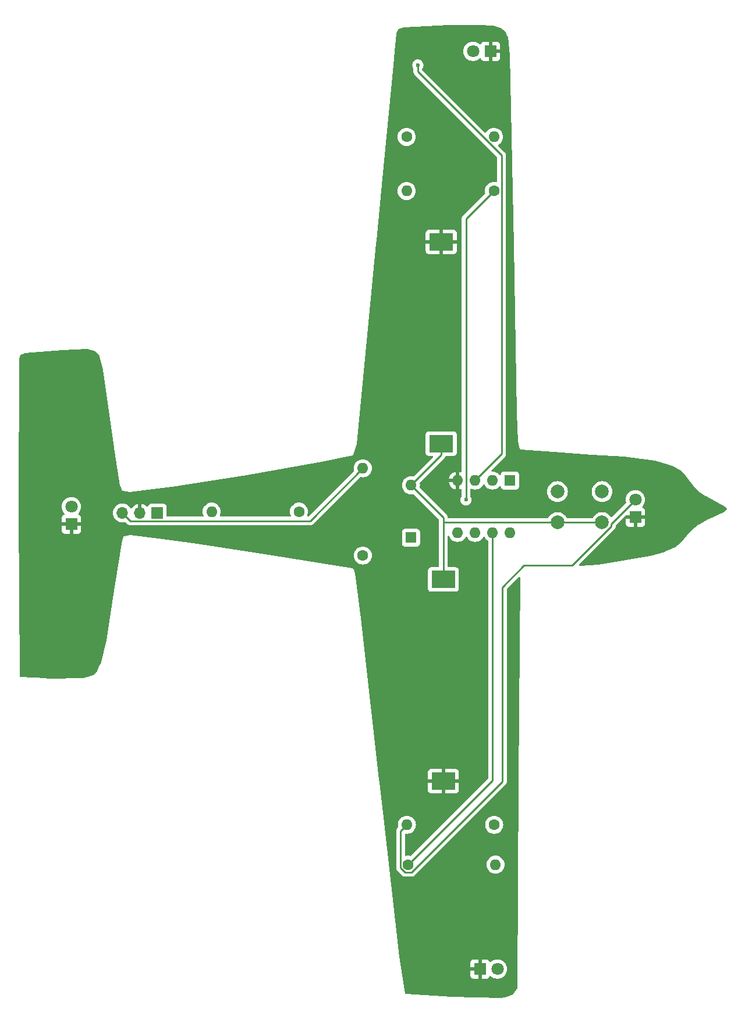
<source format=gbl>
G04 #@! TF.GenerationSoftware,KiCad,Pcbnew,7.0.7*
G04 #@! TF.CreationDate,2023-12-10T18:27:17-06:00*
G04 #@! TF.ProjectId,airplane-keychain,61697270-6c61-46e6-952d-6b6579636861,1*
G04 #@! TF.SameCoordinates,Original*
G04 #@! TF.FileFunction,Copper,L2,Bot*
G04 #@! TF.FilePolarity,Positive*
%FSLAX46Y46*%
G04 Gerber Fmt 4.6, Leading zero omitted, Abs format (unit mm)*
G04 Created by KiCad (PCBNEW 7.0.7) date 2023-12-10 18:27:17*
%MOMM*%
%LPD*%
G01*
G04 APERTURE LIST*
G04 #@! TA.AperFunction,ComponentPad*
%ADD10R,1.800000X1.800000*%
G04 #@! TD*
G04 #@! TA.AperFunction,ComponentPad*
%ADD11C,1.800000*%
G04 #@! TD*
G04 #@! TA.AperFunction,ComponentPad*
%ADD12C,1.600000*%
G04 #@! TD*
G04 #@! TA.AperFunction,ComponentPad*
%ADD13O,1.600000X1.600000*%
G04 #@! TD*
G04 #@! TA.AperFunction,ComponentPad*
%ADD14C,2.000000*%
G04 #@! TD*
G04 #@! TA.AperFunction,ComponentPad*
%ADD15R,1.600000X1.600000*%
G04 #@! TD*
G04 #@! TA.AperFunction,ComponentPad*
%ADD16R,1.700000X1.700000*%
G04 #@! TD*
G04 #@! TA.AperFunction,ComponentPad*
%ADD17O,1.700000X1.700000*%
G04 #@! TD*
G04 #@! TA.AperFunction,SMDPad,CuDef*
%ADD18R,3.510000X2.540000*%
G04 #@! TD*
G04 #@! TA.AperFunction,ViaPad*
%ADD19C,0.600000*%
G04 #@! TD*
G04 #@! TA.AperFunction,Conductor*
%ADD20C,0.250000*%
G04 #@! TD*
G04 APERTURE END LIST*
D10*
X88900000Y-97536000D03*
D11*
X88900000Y-94996000D03*
D12*
X131300000Y-102100000D03*
D13*
X131300000Y-89400000D03*
D12*
X122000000Y-95700000D03*
D13*
X109300000Y-95700000D03*
D12*
X137900000Y-147100000D03*
D13*
X150600000Y-147100000D03*
D12*
X137668000Y-41148000D03*
D13*
X150368000Y-41148000D03*
D12*
X150400000Y-141300000D03*
D13*
X137700000Y-141300000D03*
D12*
X150368000Y-49022000D03*
D13*
X137668000Y-49022000D03*
D14*
X159600000Y-92800000D03*
X166100000Y-92800000D03*
X159600000Y-97300000D03*
X166100000Y-97300000D03*
D15*
X138300000Y-99500000D03*
D13*
X138300000Y-91880000D03*
D10*
X148336000Y-162306000D03*
D11*
X150876000Y-162306000D03*
D10*
X149860000Y-28702000D03*
D11*
X147320000Y-28702000D03*
D10*
X170942000Y-96520000D03*
D11*
X170942000Y-93980000D03*
D16*
X101400000Y-95900000D03*
D17*
X98860000Y-95900000D03*
X96320000Y-95900000D03*
D15*
X152700000Y-91180000D03*
D13*
X150160000Y-91180000D03*
X147620000Y-91180000D03*
X145080000Y-91180000D03*
X145080000Y-98800000D03*
X147620000Y-98800000D03*
X150160000Y-98800000D03*
X152700000Y-98800000D03*
D18*
X142700000Y-85800000D03*
X142700000Y-56440000D03*
X143000000Y-105600000D03*
X143000000Y-134960000D03*
D19*
X139300000Y-30700000D03*
X146300000Y-94000000D03*
D20*
X159600000Y-97300000D02*
X143000000Y-97300000D01*
X143000000Y-105600000D02*
X143000000Y-97300000D01*
X142700000Y-85800000D02*
X142700000Y-87480000D01*
X159600000Y-97300000D02*
X166100000Y-97300000D01*
X143000000Y-96580000D02*
X138300000Y-91880000D01*
X142700000Y-87480000D02*
X138300000Y-91880000D01*
X143000000Y-97300000D02*
X143000000Y-96580000D01*
X97495000Y-97075000D02*
X96320000Y-95900000D01*
X123625000Y-97075000D02*
X97495000Y-97075000D01*
X131300000Y-89400000D02*
X123625000Y-97075000D01*
X139300000Y-31670991D02*
X139300000Y-30700000D01*
X139300000Y-30700000D02*
X139300000Y-30800000D01*
X151493000Y-87307000D02*
X151493000Y-43863991D01*
X147620000Y-91180000D02*
X151493000Y-87307000D01*
X151493000Y-43863991D02*
X139300000Y-31670991D01*
X138365991Y-148225000D02*
X137434009Y-148225000D01*
X167425000Y-97875000D02*
X161733539Y-103566461D01*
X136775000Y-147565991D02*
X136775000Y-142225000D01*
X151600000Y-134990991D02*
X138365991Y-148225000D01*
X151600000Y-106716036D02*
X151600000Y-134990991D01*
X154749575Y-103566461D02*
X151600000Y-106716036D01*
X170942000Y-93980000D02*
X167425000Y-97497000D01*
X136775000Y-142225000D02*
X137700000Y-141300000D01*
X167425000Y-97497000D02*
X167425000Y-97875000D01*
X137434009Y-148225000D02*
X136775000Y-147565991D01*
X161733539Y-103566461D02*
X154749575Y-103566461D01*
X150160000Y-98800000D02*
X150160000Y-134840000D01*
X150160000Y-134840000D02*
X137900000Y-147100000D01*
X150368000Y-49022000D02*
X146300000Y-53090000D01*
X146300000Y-53090000D02*
X146300000Y-94000000D01*
G04 #@! TA.AperFunction,Conductor*
G36*
X148731476Y-24850369D02*
G01*
X149843858Y-24945845D01*
X150277564Y-24983071D01*
X150301048Y-24987394D01*
X151046678Y-25200601D01*
X151322791Y-25279553D01*
X151364872Y-25300928D01*
X151984298Y-25783130D01*
X152019552Y-25826568D01*
X152379645Y-26564005D01*
X152391194Y-26602497D01*
X152626213Y-28418260D01*
X152723314Y-29168471D01*
X152725128Y-29182482D01*
X152725629Y-29189234D01*
X153268406Y-56950417D01*
X153679665Y-81412729D01*
X153679264Y-81418950D01*
X153680021Y-81433915D01*
X153680272Y-81448863D01*
X153681091Y-81455038D01*
X153883997Y-85459251D01*
X153883517Y-85469418D01*
X153884137Y-85481489D01*
X153887091Y-85493207D01*
X153890536Y-85502779D01*
X154157186Y-86557659D01*
X154158357Y-86571056D01*
X154167091Y-86597488D01*
X154168331Y-86601746D01*
X154169801Y-86607564D01*
X154170167Y-86608332D01*
X154173049Y-86615516D01*
X154174912Y-86621154D01*
X154174913Y-86621155D01*
X154174914Y-86621157D01*
X154174915Y-86621157D01*
X154180696Y-86627858D01*
X154188299Y-86632393D01*
X154188300Y-86632394D01*
X154194171Y-86633252D01*
X154201733Y-86634843D01*
X154202570Y-86635074D01*
X154202573Y-86635076D01*
X154208587Y-86635518D01*
X154212981Y-86636000D01*
X154229696Y-86638444D01*
X154229697Y-86638443D01*
X154240533Y-86640027D01*
X154253923Y-86638858D01*
X160219264Y-87078246D01*
X164538552Y-87424431D01*
X164544305Y-87425376D01*
X164550500Y-87425678D01*
X164550501Y-87425679D01*
X164559744Y-87426130D01*
X164568979Y-87426871D01*
X164568980Y-87426870D01*
X164575157Y-87427366D01*
X164580985Y-87427169D01*
X169240859Y-87654960D01*
X169245981Y-87655426D01*
X173748246Y-88254765D01*
X173766563Y-88258631D01*
X175778631Y-88845020D01*
X175797822Y-88852389D01*
X176459893Y-89171910D01*
X177555150Y-89700491D01*
X177598107Y-89734734D01*
X178231929Y-90527517D01*
X179367980Y-91948488D01*
X179372250Y-91954538D01*
X179373031Y-91955799D01*
X179376951Y-91959998D01*
X179380050Y-91963584D01*
X179383631Y-91968063D01*
X179384754Y-91969009D01*
X179390142Y-91974127D01*
X180097529Y-92731860D01*
X180146911Y-92784757D01*
X180155433Y-92795387D01*
X180159589Y-92799447D01*
X180164310Y-92802842D01*
X180176243Y-92809395D01*
X180376981Y-92940185D01*
X181169448Y-93456513D01*
X181175482Y-93460986D01*
X181176478Y-93461822D01*
X181176480Y-93461824D01*
X181181601Y-93464637D01*
X181185555Y-93467006D01*
X181190449Y-93470195D01*
X181190452Y-93470195D01*
X181191639Y-93470671D01*
X181198430Y-93473883D01*
X184122149Y-95080115D01*
X184171426Y-95129646D01*
X184180904Y-95152149D01*
X184230456Y-95312338D01*
X184231462Y-95382200D01*
X184203386Y-95432788D01*
X183963504Y-95694383D01*
X183925641Y-95722428D01*
X181546965Y-96860804D01*
X181539476Y-96863723D01*
X181529410Y-96869131D01*
X181526837Y-96870438D01*
X181516512Y-96875379D01*
X181509729Y-96879705D01*
X180185713Y-97591039D01*
X180180165Y-97593268D01*
X180165943Y-97600448D01*
X180162646Y-97602600D01*
X180150377Y-97612712D01*
X180146090Y-97616907D01*
X179219205Y-98342017D01*
X179213892Y-98345269D01*
X179213983Y-98345393D01*
X179201698Y-98354366D01*
X179197438Y-98358300D01*
X179187512Y-98369834D01*
X179187396Y-98369734D01*
X179183735Y-98374765D01*
X178452833Y-99169548D01*
X178447664Y-99174552D01*
X178446201Y-99175812D01*
X178442786Y-99180181D01*
X178439584Y-99183955D01*
X178435827Y-99188041D01*
X178434822Y-99189691D01*
X178430724Y-99195612D01*
X177692522Y-100140059D01*
X177671832Y-100160887D01*
X176751375Y-100890191D01*
X176724690Y-100906331D01*
X175314380Y-101532549D01*
X175297637Y-101538586D01*
X173091399Y-102159223D01*
X173084845Y-102160689D01*
X165590616Y-103415673D01*
X165584787Y-103416367D01*
X162895440Y-103608338D01*
X162827169Y-103593477D01*
X162777771Y-103544065D01*
X162762928Y-103475790D01*
X162787354Y-103410329D01*
X162798923Y-103396979D01*
X167813815Y-98382087D01*
X167826180Y-98372183D01*
X167826006Y-98371973D01*
X167832012Y-98367003D01*
X167832018Y-98367000D01*
X167879999Y-98315904D01*
X167901134Y-98294770D01*
X167905463Y-98289187D01*
X167909242Y-98284763D01*
X167941586Y-98250321D01*
X167951423Y-98232424D01*
X167962097Y-98216174D01*
X167974613Y-98200041D01*
X167993372Y-98156689D01*
X167995933Y-98151462D01*
X168018695Y-98110060D01*
X168023774Y-98090274D01*
X168030072Y-98071882D01*
X168038181Y-98053145D01*
X168045568Y-98006501D01*
X168046748Y-98000794D01*
X168058500Y-97955030D01*
X168058500Y-97934609D01*
X168060027Y-97915209D01*
X168060283Y-97913596D01*
X168063219Y-97895057D01*
X168058775Y-97848040D01*
X168058500Y-97842203D01*
X168058500Y-97810765D01*
X168078185Y-97743726D01*
X168094814Y-97723089D01*
X169511584Y-96306318D01*
X169572907Y-96272834D01*
X169599265Y-96270000D01*
X170381997Y-96270000D01*
X170449036Y-96289685D01*
X170494791Y-96342489D01*
X170504735Y-96411647D01*
X170502888Y-96421592D01*
X170488189Y-96485992D01*
X170488189Y-96485993D01*
X170499021Y-96630532D01*
X170496920Y-96630689D01*
X170493405Y-96688139D01*
X170452110Y-96744499D01*
X170386899Y-96769587D01*
X170376784Y-96770000D01*
X169542000Y-96770000D01*
X169542000Y-97467844D01*
X169548401Y-97527372D01*
X169548403Y-97527379D01*
X169598645Y-97662086D01*
X169598649Y-97662093D01*
X169684809Y-97777187D01*
X169684812Y-97777190D01*
X169799906Y-97863350D01*
X169799913Y-97863354D01*
X169934620Y-97913596D01*
X169934627Y-97913598D01*
X169994155Y-97919999D01*
X169994172Y-97920000D01*
X170692000Y-97920000D01*
X170692000Y-97081821D01*
X170711685Y-97014782D01*
X170764489Y-96969027D01*
X170833647Y-96959083D01*
X170852547Y-96963329D01*
X170874173Y-96970000D01*
X170975723Y-96970000D01*
X170975724Y-96970000D01*
X171049519Y-96958877D01*
X171118742Y-96968350D01*
X171171857Y-97013744D01*
X171191997Y-97080648D01*
X171192000Y-97081492D01*
X171192000Y-97920000D01*
X171889828Y-97920000D01*
X171889844Y-97919999D01*
X171949372Y-97913598D01*
X171949379Y-97913596D01*
X172084086Y-97863354D01*
X172084093Y-97863350D01*
X172199187Y-97777190D01*
X172199190Y-97777187D01*
X172285350Y-97662093D01*
X172285354Y-97662086D01*
X172335596Y-97527379D01*
X172335598Y-97527372D01*
X172341999Y-97467844D01*
X172342000Y-97467827D01*
X172342000Y-96770000D01*
X171502003Y-96770000D01*
X171434964Y-96750315D01*
X171389209Y-96697511D01*
X171379265Y-96628353D01*
X171381112Y-96618408D01*
X171395810Y-96554007D01*
X171395810Y-96554006D01*
X171384979Y-96409468D01*
X171387079Y-96409310D01*
X171390595Y-96351861D01*
X171431890Y-96295501D01*
X171497101Y-96270413D01*
X171507216Y-96270000D01*
X172342000Y-96270000D01*
X172342000Y-95572172D01*
X172341999Y-95572155D01*
X172335598Y-95512627D01*
X172335596Y-95512620D01*
X172285354Y-95377913D01*
X172285350Y-95377906D01*
X172199190Y-95262812D01*
X172199187Y-95262809D01*
X172084093Y-95176649D01*
X172084086Y-95176645D01*
X172011823Y-95149693D01*
X171955889Y-95107822D01*
X171931472Y-95042357D01*
X171946324Y-94974084D01*
X171963927Y-94949528D01*
X172057313Y-94848084D01*
X172086248Y-94803796D01*
X172184984Y-94652669D01*
X172278749Y-94438907D01*
X172336051Y-94212626D01*
X172351666Y-94024179D01*
X172355327Y-93980005D01*
X172355327Y-93979994D01*
X172336051Y-93747377D01*
X172336051Y-93747374D01*
X172278749Y-93521093D01*
X172184984Y-93307331D01*
X172159023Y-93267594D01*
X172057313Y-93111915D01*
X171899223Y-92940185D01*
X171899222Y-92940184D01*
X171899220Y-92940182D01*
X171715017Y-92796810D01*
X171715015Y-92796809D01*
X171715014Y-92796808D01*
X171715011Y-92796806D01*
X171509733Y-92685716D01*
X171509730Y-92685715D01*
X171509727Y-92685713D01*
X171509721Y-92685711D01*
X171509719Y-92685710D01*
X171288954Y-92609920D01*
X171116271Y-92581105D01*
X171058712Y-92571500D01*
X170825288Y-92571500D01*
X170779240Y-92579184D01*
X170595045Y-92609920D01*
X170374280Y-92685710D01*
X170374266Y-92685716D01*
X170168988Y-92796806D01*
X170168985Y-92796808D01*
X169984781Y-92940181D01*
X169984776Y-92940185D01*
X169826686Y-93111915D01*
X169699015Y-93307331D01*
X169605251Y-93521092D01*
X169547948Y-93747377D01*
X169528673Y-93979994D01*
X169528673Y-93980005D01*
X169547948Y-94212622D01*
X169584305Y-94356193D01*
X169581680Y-94426013D01*
X169551780Y-94474314D01*
X167546094Y-96479999D01*
X167484771Y-96513484D01*
X167415079Y-96508500D01*
X167359146Y-96466628D01*
X167352690Y-96457115D01*
X167324176Y-96410584D01*
X167169969Y-96230031D01*
X167000318Y-96085135D01*
X166989413Y-96075821D01*
X166989410Y-96075820D01*
X166786962Y-95951759D01*
X166786959Y-95951757D01*
X166567596Y-95860895D01*
X166336714Y-95805465D01*
X166159177Y-95791492D01*
X166100000Y-95786835D01*
X166099999Y-95786835D01*
X165863285Y-95805465D01*
X165632404Y-95860895D01*
X165632402Y-95860895D01*
X165413040Y-95951757D01*
X165413037Y-95951759D01*
X165210589Y-96075820D01*
X165210586Y-96075821D01*
X165030031Y-96230031D01*
X164875821Y-96410586D01*
X164875820Y-96410589D01*
X164755281Y-96607290D01*
X164703469Y-96654165D01*
X164649554Y-96666500D01*
X161050446Y-96666500D01*
X160983407Y-96646815D01*
X160944719Y-96607290D01*
X160824179Y-96410589D01*
X160824178Y-96410586D01*
X160786166Y-96366080D01*
X160669969Y-96230031D01*
X160500318Y-96085135D01*
X160489413Y-96075821D01*
X160489410Y-96075820D01*
X160286962Y-95951759D01*
X160286959Y-95951757D01*
X160067596Y-95860895D01*
X159836714Y-95805465D01*
X159659177Y-95791492D01*
X159600000Y-95786835D01*
X159599999Y-95786835D01*
X159363285Y-95805465D01*
X159132404Y-95860895D01*
X159132402Y-95860895D01*
X158913040Y-95951757D01*
X158913037Y-95951759D01*
X158710589Y-96075820D01*
X158710586Y-96075821D01*
X158530031Y-96230031D01*
X158375821Y-96410586D01*
X158375820Y-96410589D01*
X158255281Y-96607290D01*
X158203469Y-96654165D01*
X158149554Y-96666500D01*
X143757500Y-96666500D01*
X143690461Y-96646815D01*
X143644706Y-96594011D01*
X143633832Y-96544030D01*
X143633745Y-96544036D01*
X143633708Y-96543459D01*
X143633500Y-96542500D01*
X143633500Y-96540147D01*
X143633500Y-96540144D01*
X143632614Y-96533141D01*
X143632157Y-96527322D01*
X143631722Y-96513484D01*
X143630674Y-96480111D01*
X143624976Y-96460499D01*
X143621033Y-96441466D01*
X143618474Y-96421203D01*
X143601085Y-96377286D01*
X143599196Y-96371766D01*
X143586018Y-96326407D01*
X143575626Y-96308835D01*
X143567066Y-96291362D01*
X143559552Y-96272383D01*
X143531794Y-96234179D01*
X143528587Y-96229296D01*
X143518873Y-96212871D01*
X143504542Y-96188638D01*
X143490108Y-96174204D01*
X143477471Y-96159409D01*
X143465472Y-96142893D01*
X143465470Y-96142890D01*
X143429073Y-96112781D01*
X143424751Y-96108847D01*
X139608335Y-92292430D01*
X139574850Y-92231107D01*
X139576242Y-92172654D01*
X139593541Y-92108094D01*
X139593542Y-92108089D01*
X139593543Y-92108087D01*
X139613498Y-91880000D01*
X139593543Y-91651913D01*
X139576240Y-91587341D01*
X139577904Y-91517491D01*
X139608333Y-91467569D01*
X143088815Y-87987087D01*
X143101180Y-87977183D01*
X143101006Y-87976973D01*
X143107012Y-87972003D01*
X143107018Y-87972000D01*
X143154999Y-87920904D01*
X143176135Y-87899769D01*
X143180458Y-87894195D01*
X143184257Y-87889747D01*
X143216585Y-87855322D01*
X143226420Y-87837432D01*
X143237098Y-87821174D01*
X143249614Y-87805040D01*
X143268374Y-87761686D01*
X143270935Y-87756458D01*
X143293695Y-87715060D01*
X143298774Y-87695274D01*
X143305077Y-87676871D01*
X143315299Y-87653251D01*
X143359990Y-87599544D01*
X143426623Y-87578525D01*
X143429099Y-87578500D01*
X144503638Y-87578500D01*
X144503654Y-87578499D01*
X144530692Y-87575591D01*
X144564201Y-87571989D01*
X144701204Y-87520889D01*
X144818261Y-87433261D01*
X144905889Y-87316204D01*
X144956989Y-87179201D01*
X144960591Y-87145692D01*
X144963499Y-87118654D01*
X144963500Y-87118637D01*
X144963500Y-84481362D01*
X144963499Y-84481345D01*
X144960157Y-84450270D01*
X144956989Y-84420799D01*
X144905889Y-84283796D01*
X144818261Y-84166739D01*
X144701204Y-84079111D01*
X144701203Y-84079110D01*
X144564203Y-84028011D01*
X144503654Y-84021500D01*
X144503638Y-84021500D01*
X140896362Y-84021500D01*
X140896345Y-84021500D01*
X140835797Y-84028011D01*
X140835795Y-84028011D01*
X140698795Y-84079111D01*
X140581739Y-84166739D01*
X140494111Y-84283795D01*
X140443011Y-84420795D01*
X140443011Y-84420797D01*
X140436500Y-84481345D01*
X140436500Y-87118654D01*
X140443011Y-87179202D01*
X140443011Y-87179204D01*
X140494110Y-87316204D01*
X140494111Y-87316204D01*
X140581739Y-87433261D01*
X140698796Y-87520889D01*
X140835799Y-87571989D01*
X140863050Y-87574918D01*
X140896345Y-87578499D01*
X140896362Y-87578500D01*
X141406234Y-87578500D01*
X141473273Y-87598185D01*
X141519028Y-87650989D01*
X141528972Y-87720147D01*
X141499947Y-87783703D01*
X141493915Y-87790181D01*
X138712429Y-90571664D01*
X138651106Y-90605149D01*
X138592655Y-90603758D01*
X138528087Y-90586457D01*
X138528085Y-90586456D01*
X138528081Y-90586456D01*
X138300002Y-90566502D01*
X138299998Y-90566502D01*
X138071918Y-90586456D01*
X138071910Y-90586457D01*
X137850761Y-90645714D01*
X137850750Y-90645718D01*
X137643254Y-90742475D01*
X137643252Y-90742476D01*
X137643249Y-90742477D01*
X137643251Y-90742477D01*
X137455700Y-90873802D01*
X137455698Y-90873803D01*
X137455695Y-90873806D01*
X137293806Y-91035695D01*
X137293803Y-91035698D01*
X137293802Y-91035700D01*
X137211767Y-91152856D01*
X137162476Y-91223252D01*
X137162475Y-91223254D01*
X137065718Y-91430750D01*
X137065714Y-91430761D01*
X137006457Y-91651910D01*
X137006456Y-91651918D01*
X136986502Y-91879998D01*
X136986502Y-91880001D01*
X137006456Y-92108081D01*
X137006457Y-92108089D01*
X137065714Y-92329238D01*
X137065718Y-92329249D01*
X137159473Y-92530307D01*
X137162477Y-92536749D01*
X137293802Y-92724300D01*
X137455700Y-92886198D01*
X137643251Y-93017523D01*
X137684407Y-93036714D01*
X137850750Y-93114281D01*
X137850752Y-93114281D01*
X137850757Y-93114284D01*
X138071913Y-93173543D01*
X138234832Y-93187796D01*
X138299998Y-93193498D01*
X138300000Y-93193498D01*
X138300002Y-93193498D01*
X138359013Y-93188335D01*
X138528087Y-93173543D01*
X138592657Y-93156241D01*
X138662506Y-93157904D01*
X138712431Y-93188335D01*
X142330181Y-96806085D01*
X142363666Y-96867408D01*
X142366500Y-96893766D01*
X142366500Y-97228393D01*
X142364304Y-97251628D01*
X142362725Y-97259903D01*
X142362725Y-97259906D01*
X142366378Y-97317981D01*
X142366500Y-97321852D01*
X142366500Y-103697500D01*
X142346815Y-103764539D01*
X142294011Y-103810294D01*
X142242500Y-103821500D01*
X141196345Y-103821500D01*
X141135797Y-103828011D01*
X141135795Y-103828011D01*
X140998795Y-103879111D01*
X140881739Y-103966739D01*
X140794111Y-104083795D01*
X140743011Y-104220795D01*
X140743011Y-104220797D01*
X140736500Y-104281345D01*
X140736500Y-106918654D01*
X140743011Y-106979202D01*
X140743011Y-106979204D01*
X140794110Y-107116204D01*
X140794111Y-107116204D01*
X140881739Y-107233261D01*
X140998796Y-107320889D01*
X141135799Y-107371989D01*
X141163050Y-107374918D01*
X141196345Y-107378499D01*
X141196362Y-107378500D01*
X144803638Y-107378500D01*
X144803654Y-107378499D01*
X144830692Y-107375591D01*
X144864201Y-107371989D01*
X145001204Y-107320889D01*
X145118261Y-107233261D01*
X145205889Y-107116204D01*
X145256989Y-106979201D01*
X145260976Y-106942119D01*
X145263499Y-106918654D01*
X145263500Y-106918637D01*
X145263500Y-104281362D01*
X145263499Y-104281345D01*
X145260157Y-104250270D01*
X145256989Y-104220799D01*
X145248162Y-104197134D01*
X145221635Y-104126013D01*
X145205889Y-104083796D01*
X145118261Y-103966739D01*
X145001204Y-103879111D01*
X145001204Y-103879110D01*
X144864203Y-103828011D01*
X144803654Y-103821500D01*
X144803638Y-103821500D01*
X143757500Y-103821500D01*
X143690461Y-103801815D01*
X143644706Y-103749011D01*
X143633500Y-103697500D01*
X143633500Y-99353472D01*
X143653185Y-99286433D01*
X143705989Y-99240678D01*
X143775147Y-99230734D01*
X143838703Y-99259759D01*
X143869882Y-99301068D01*
X143942475Y-99456745D01*
X143942477Y-99456749D01*
X144073802Y-99644300D01*
X144235700Y-99806198D01*
X144423251Y-99937523D01*
X144548091Y-99995736D01*
X144630750Y-100034281D01*
X144630752Y-100034281D01*
X144630757Y-100034284D01*
X144851913Y-100093543D01*
X145014832Y-100107796D01*
X145079998Y-100113498D01*
X145080000Y-100113498D01*
X145080002Y-100113498D01*
X145137021Y-100108509D01*
X145308087Y-100093543D01*
X145529243Y-100034284D01*
X145736749Y-99937523D01*
X145924300Y-99806198D01*
X146086198Y-99644300D01*
X146217523Y-99456749D01*
X146237617Y-99413655D01*
X146283790Y-99361215D01*
X146350983Y-99342063D01*
X146417864Y-99362278D01*
X146462382Y-99413655D01*
X146482477Y-99456749D01*
X146613802Y-99644300D01*
X146775700Y-99806198D01*
X146963251Y-99937523D01*
X147088091Y-99995736D01*
X147170750Y-100034281D01*
X147170752Y-100034281D01*
X147170757Y-100034284D01*
X147391913Y-100093543D01*
X147554832Y-100107796D01*
X147619998Y-100113498D01*
X147620000Y-100113498D01*
X147620002Y-100113498D01*
X147677021Y-100108509D01*
X147848087Y-100093543D01*
X148069243Y-100034284D01*
X148276749Y-99937523D01*
X148464300Y-99806198D01*
X148626198Y-99644300D01*
X148757523Y-99456749D01*
X148777617Y-99413655D01*
X148823790Y-99361215D01*
X148890983Y-99342063D01*
X148957864Y-99362278D01*
X149002382Y-99413655D01*
X149022477Y-99456749D01*
X149153802Y-99644300D01*
X149315700Y-99806198D01*
X149473625Y-99916779D01*
X149517249Y-99971354D01*
X149526500Y-100018352D01*
X149526500Y-134526232D01*
X149506815Y-134593271D01*
X149490181Y-134613913D01*
X138312429Y-145791664D01*
X138251106Y-145825149D01*
X138192655Y-145823758D01*
X138128087Y-145806457D01*
X138128085Y-145806456D01*
X138128081Y-145806456D01*
X137900002Y-145786502D01*
X137899998Y-145786502D01*
X137671918Y-145806456D01*
X137671907Y-145806458D01*
X137564593Y-145835213D01*
X137494743Y-145833550D01*
X137436881Y-145794387D01*
X137409377Y-145730159D01*
X137408500Y-145715438D01*
X137408500Y-142723317D01*
X137428185Y-142656278D01*
X137480989Y-142610523D01*
X137543307Y-142599789D01*
X137658736Y-142609887D01*
X137699999Y-142613498D01*
X137700000Y-142613498D01*
X137700002Y-142613498D01*
X137757021Y-142608509D01*
X137928087Y-142593543D01*
X138149243Y-142534284D01*
X138356749Y-142437523D01*
X138544300Y-142306198D01*
X138706198Y-142144300D01*
X138837523Y-141956749D01*
X138934284Y-141749243D01*
X138993543Y-141528087D01*
X139013498Y-141300000D01*
X138993543Y-141071913D01*
X138934284Y-140850757D01*
X138837523Y-140643251D01*
X138706198Y-140455700D01*
X138544300Y-140293802D01*
X138356749Y-140162477D01*
X138356745Y-140162475D01*
X138149249Y-140065718D01*
X138149238Y-140065714D01*
X137928089Y-140006457D01*
X137928081Y-140006456D01*
X137700002Y-139986502D01*
X137699998Y-139986502D01*
X137471918Y-140006456D01*
X137471910Y-140006457D01*
X137250761Y-140065714D01*
X137250750Y-140065718D01*
X137043254Y-140162475D01*
X137043252Y-140162476D01*
X137043249Y-140162477D01*
X137043251Y-140162477D01*
X136855700Y-140293802D01*
X136855698Y-140293803D01*
X136855695Y-140293806D01*
X136693806Y-140455695D01*
X136562476Y-140643252D01*
X136562475Y-140643254D01*
X136465718Y-140850750D01*
X136465714Y-140850761D01*
X136406457Y-141071910D01*
X136406456Y-141071918D01*
X136386502Y-141299998D01*
X136386502Y-141300001D01*
X136406456Y-141528081D01*
X136406458Y-141528091D01*
X136423758Y-141592655D01*
X136422095Y-141662504D01*
X136391664Y-141712429D01*
X136386179Y-141717914D01*
X136373820Y-141727816D01*
X136373994Y-141728026D01*
X136367985Y-141732997D01*
X136320015Y-141784079D01*
X136298872Y-141805222D01*
X136298857Y-141805239D01*
X136294531Y-141810814D01*
X136290747Y-141815244D01*
X136258419Y-141849671D01*
X136258412Y-141849681D01*
X136248579Y-141867567D01*
X136237903Y-141883820D01*
X136225386Y-141899957D01*
X136225385Y-141899959D01*
X136206625Y-141943310D01*
X136204055Y-141948556D01*
X136181303Y-141989941D01*
X136181303Y-141989942D01*
X136176225Y-142009720D01*
X136169925Y-142028122D01*
X136161818Y-142046857D01*
X136154431Y-142093495D01*
X136153246Y-142099216D01*
X136141500Y-142144965D01*
X136141500Y-142165384D01*
X136139973Y-142184783D01*
X136136780Y-142204941D01*
X136136780Y-142204942D01*
X136141225Y-142251966D01*
X136141500Y-142257804D01*
X136141500Y-147482357D01*
X136139761Y-147498104D01*
X136140032Y-147498130D01*
X136139298Y-147505896D01*
X136141500Y-147575948D01*
X136141500Y-147605850D01*
X136142384Y-147612847D01*
X136142842Y-147618670D01*
X136144326Y-147665880D01*
X136144327Y-147665882D01*
X136150022Y-147685486D01*
X136153967Y-147704533D01*
X136156526Y-147724788D01*
X136156527Y-147724791D01*
X136156528Y-147724794D01*
X136173914Y-147768707D01*
X136175806Y-147774235D01*
X136188981Y-147819583D01*
X136199372Y-147837153D01*
X136207932Y-147854626D01*
X136215447Y-147873608D01*
X136243209Y-147911818D01*
X136246418Y-147916703D01*
X136262738Y-147944300D01*
X136270458Y-147957353D01*
X136270462Y-147957357D01*
X136284889Y-147971784D01*
X136297526Y-147986579D01*
X136309528Y-148003098D01*
X136345931Y-148033213D01*
X136350231Y-148037126D01*
X136647386Y-148334281D01*
X136926919Y-148613814D01*
X136936825Y-148626178D01*
X136937035Y-148626005D01*
X136942010Y-148632019D01*
X136993103Y-148679999D01*
X137014234Y-148701129D01*
X137014239Y-148701134D01*
X137019811Y-148705456D01*
X137024251Y-148709249D01*
X137058687Y-148741586D01*
X137076576Y-148751420D01*
X137092842Y-148762104D01*
X137108968Y-148774613D01*
X137152307Y-148793367D01*
X137157554Y-148795937D01*
X137198949Y-148818695D01*
X137218727Y-148823773D01*
X137237130Y-148830074D01*
X137255861Y-148838180D01*
X137255862Y-148838180D01*
X137255864Y-148838181D01*
X137283259Y-148842519D01*
X137302506Y-148845568D01*
X137308222Y-148846751D01*
X137353979Y-148858500D01*
X137374399Y-148858500D01*
X137393798Y-148860027D01*
X137413950Y-148863218D01*
X137413951Y-148863219D01*
X137413951Y-148863218D01*
X137413952Y-148863219D01*
X137460967Y-148858775D01*
X137466805Y-148858500D01*
X138282357Y-148858500D01*
X138298104Y-148860238D01*
X138298130Y-148859968D01*
X138305896Y-148860701D01*
X138305900Y-148860702D01*
X138375949Y-148858500D01*
X138405847Y-148858500D01*
X138405848Y-148858500D01*
X138407213Y-148858327D01*
X138412853Y-148857614D01*
X138418676Y-148857156D01*
X138444699Y-148856338D01*
X138465881Y-148855673D01*
X138475672Y-148852827D01*
X138485472Y-148849980D01*
X138504529Y-148846032D01*
X138524788Y-148843474D01*
X138568712Y-148826082D01*
X138574212Y-148824199D01*
X138619584Y-148811018D01*
X138637156Y-148800625D01*
X138654623Y-148792068D01*
X138673608Y-148784552D01*
X138711817Y-148756790D01*
X138716695Y-148753585D01*
X138757353Y-148729542D01*
X138771793Y-148715100D01*
X138786583Y-148702470D01*
X138803098Y-148690472D01*
X138833213Y-148654067D01*
X138837117Y-148649776D01*
X140386892Y-147100001D01*
X149286502Y-147100001D01*
X149306456Y-147328081D01*
X149306457Y-147328089D01*
X149365714Y-147549238D01*
X149365718Y-147549249D01*
X149433614Y-147694852D01*
X149462477Y-147756749D01*
X149593802Y-147944300D01*
X149755700Y-148106198D01*
X149943251Y-148237523D01*
X150068091Y-148295736D01*
X150150750Y-148334281D01*
X150150752Y-148334281D01*
X150150757Y-148334284D01*
X150371913Y-148393543D01*
X150534832Y-148407796D01*
X150599998Y-148413498D01*
X150600000Y-148413498D01*
X150600002Y-148413498D01*
X150657021Y-148408509D01*
X150828087Y-148393543D01*
X151049243Y-148334284D01*
X151256749Y-148237523D01*
X151444300Y-148106198D01*
X151606198Y-147944300D01*
X151737523Y-147756749D01*
X151834284Y-147549243D01*
X151893543Y-147328087D01*
X151913498Y-147100000D01*
X151893543Y-146871913D01*
X151834284Y-146650757D01*
X151737523Y-146443251D01*
X151606198Y-146255700D01*
X151444300Y-146093802D01*
X151256749Y-145962477D01*
X151256745Y-145962475D01*
X151049249Y-145865718D01*
X151049238Y-145865714D01*
X150828089Y-145806457D01*
X150828081Y-145806456D01*
X150600002Y-145786502D01*
X150599998Y-145786502D01*
X150371918Y-145806456D01*
X150371910Y-145806457D01*
X150150761Y-145865714D01*
X150150750Y-145865718D01*
X149943254Y-145962475D01*
X149943252Y-145962476D01*
X149943249Y-145962477D01*
X149943251Y-145962477D01*
X149755700Y-146093802D01*
X149755698Y-146093803D01*
X149755695Y-146093806D01*
X149593806Y-146255695D01*
X149462476Y-146443252D01*
X149462475Y-146443254D01*
X149365718Y-146650750D01*
X149365714Y-146650761D01*
X149306457Y-146871910D01*
X149306456Y-146871918D01*
X149286502Y-147099998D01*
X149286502Y-147100001D01*
X140386892Y-147100001D01*
X146186893Y-141300001D01*
X149086502Y-141300001D01*
X149106456Y-141528081D01*
X149106457Y-141528089D01*
X149165714Y-141749238D01*
X149165718Y-141749249D01*
X149262475Y-141956745D01*
X149262477Y-141956749D01*
X149393802Y-142144300D01*
X149555700Y-142306198D01*
X149743251Y-142437523D01*
X149868091Y-142495736D01*
X149950750Y-142534281D01*
X149950752Y-142534281D01*
X149950757Y-142534284D01*
X150171913Y-142593543D01*
X150334832Y-142607796D01*
X150399998Y-142613498D01*
X150400000Y-142613498D01*
X150400002Y-142613498D01*
X150457021Y-142608509D01*
X150628087Y-142593543D01*
X150849243Y-142534284D01*
X151056749Y-142437523D01*
X151244300Y-142306198D01*
X151406198Y-142144300D01*
X151537523Y-141956749D01*
X151634284Y-141749243D01*
X151693543Y-141528087D01*
X151713498Y-141300000D01*
X151693543Y-141071913D01*
X151634284Y-140850757D01*
X151537523Y-140643251D01*
X151406198Y-140455700D01*
X151244300Y-140293802D01*
X151056749Y-140162477D01*
X151056745Y-140162475D01*
X150849249Y-140065718D01*
X150849238Y-140065714D01*
X150628089Y-140006457D01*
X150628081Y-140006456D01*
X150400002Y-139986502D01*
X150399998Y-139986502D01*
X150171918Y-140006456D01*
X150171910Y-140006457D01*
X149950761Y-140065714D01*
X149950750Y-140065718D01*
X149743254Y-140162475D01*
X149743252Y-140162476D01*
X149743249Y-140162477D01*
X149743251Y-140162477D01*
X149555700Y-140293802D01*
X149555698Y-140293803D01*
X149555695Y-140293806D01*
X149393806Y-140455695D01*
X149262476Y-140643252D01*
X149262475Y-140643254D01*
X149165718Y-140850750D01*
X149165714Y-140850761D01*
X149106457Y-141071910D01*
X149106456Y-141071918D01*
X149086502Y-141299998D01*
X149086502Y-141300001D01*
X146186893Y-141300001D01*
X151988817Y-135498077D01*
X152001178Y-135488176D01*
X152001004Y-135487966D01*
X152007013Y-135482993D01*
X152007018Y-135482991D01*
X152054983Y-135431912D01*
X152076135Y-135410761D01*
X152080461Y-135405183D01*
X152084250Y-135400746D01*
X152116586Y-135366312D01*
X152126419Y-135348423D01*
X152137102Y-135332160D01*
X152149614Y-135316032D01*
X152168371Y-135272682D01*
X152170941Y-135267438D01*
X152193693Y-135226055D01*
X152193693Y-135226054D01*
X152193695Y-135226051D01*
X152198774Y-135206264D01*
X152205070Y-135187876D01*
X152213181Y-135169136D01*
X152220569Y-135122488D01*
X152221751Y-135116777D01*
X152233500Y-135071021D01*
X152233500Y-135050605D01*
X152235027Y-135031205D01*
X152238220Y-135011048D01*
X152233775Y-134964024D01*
X152233500Y-134958186D01*
X152233500Y-107029800D01*
X152253185Y-106962761D01*
X152269814Y-106942124D01*
X153976812Y-105235126D01*
X154038133Y-105201643D01*
X154107825Y-105206627D01*
X154163758Y-105248499D01*
X154188175Y-105313963D01*
X154188486Y-105323894D01*
X153931390Y-134716561D01*
X153931315Y-134717289D01*
X153931201Y-134738285D01*
X153931014Y-134759699D01*
X153931082Y-134760438D01*
X153768085Y-165000468D01*
X153748040Y-165067401D01*
X153746944Y-165069056D01*
X153165012Y-165933326D01*
X153116628Y-165975464D01*
X152297871Y-166375844D01*
X152258449Y-166387533D01*
X151440791Y-166487517D01*
X151432143Y-166487966D01*
X144256335Y-166359128D01*
X137586192Y-165942652D01*
X137520509Y-165918828D01*
X137478134Y-165863275D01*
X137471582Y-165839132D01*
X137043875Y-163253844D01*
X146936000Y-163253844D01*
X146942401Y-163313372D01*
X146942403Y-163313379D01*
X146992645Y-163448086D01*
X146992649Y-163448093D01*
X147078809Y-163563187D01*
X147078812Y-163563190D01*
X147193906Y-163649350D01*
X147193913Y-163649354D01*
X147328620Y-163699596D01*
X147328627Y-163699598D01*
X147388155Y-163705999D01*
X147388172Y-163706000D01*
X148086000Y-163706000D01*
X148086000Y-162867821D01*
X148105685Y-162800782D01*
X148158489Y-162755027D01*
X148227647Y-162745083D01*
X148246547Y-162749329D01*
X148268173Y-162756000D01*
X148369723Y-162756000D01*
X148369724Y-162756000D01*
X148443519Y-162744877D01*
X148512742Y-162754350D01*
X148565857Y-162799744D01*
X148585997Y-162866648D01*
X148586000Y-162867492D01*
X148586000Y-163706000D01*
X149283828Y-163706000D01*
X149283844Y-163705999D01*
X149343372Y-163699598D01*
X149343379Y-163699596D01*
X149478086Y-163649354D01*
X149478093Y-163649350D01*
X149593187Y-163563190D01*
X149593190Y-163563187D01*
X149679350Y-163448093D01*
X149679355Y-163448084D01*
X149704940Y-163379486D01*
X149746810Y-163323552D01*
X149812274Y-163299134D01*
X149880547Y-163313985D01*
X149912349Y-163338832D01*
X149918780Y-163345818D01*
X150102983Y-163489190D01*
X150102985Y-163489191D01*
X150102988Y-163489193D01*
X150222331Y-163553777D01*
X150308273Y-163600287D01*
X150422914Y-163639643D01*
X150529045Y-163676079D01*
X150529047Y-163676079D01*
X150529049Y-163676080D01*
X150759288Y-163714500D01*
X150759289Y-163714500D01*
X150992711Y-163714500D01*
X150992712Y-163714500D01*
X151222951Y-163676080D01*
X151443727Y-163600287D01*
X151649017Y-163489190D01*
X151833220Y-163345818D01*
X151991314Y-163174083D01*
X152118984Y-162978669D01*
X152212749Y-162764907D01*
X152270051Y-162538626D01*
X152289327Y-162306000D01*
X152270051Y-162073374D01*
X152212749Y-161847093D01*
X152118984Y-161633331D01*
X151991314Y-161437917D01*
X151991313Y-161437915D01*
X151833223Y-161266185D01*
X151833222Y-161266184D01*
X151833220Y-161266182D01*
X151649017Y-161122810D01*
X151649015Y-161122809D01*
X151649014Y-161122808D01*
X151649011Y-161122806D01*
X151443733Y-161011716D01*
X151443730Y-161011715D01*
X151443727Y-161011713D01*
X151443721Y-161011711D01*
X151443719Y-161011710D01*
X151222954Y-160935920D01*
X151043650Y-160906000D01*
X150992712Y-160897500D01*
X150759288Y-160897500D01*
X150713240Y-160905184D01*
X150529045Y-160935920D01*
X150308280Y-161011710D01*
X150308266Y-161011716D01*
X150102988Y-161122806D01*
X150102985Y-161122808D01*
X149918781Y-161266181D01*
X149918776Y-161266185D01*
X149912346Y-161273170D01*
X149852457Y-161309157D01*
X149782619Y-161307052D01*
X149725005Y-161267524D01*
X149704940Y-161232513D01*
X149679355Y-161163915D01*
X149679350Y-161163906D01*
X149593190Y-161048812D01*
X149593187Y-161048809D01*
X149478093Y-160962649D01*
X149478086Y-160962645D01*
X149343379Y-160912403D01*
X149343372Y-160912401D01*
X149283844Y-160906000D01*
X148586000Y-160906000D01*
X148586000Y-161744178D01*
X148566315Y-161811217D01*
X148513511Y-161856972D01*
X148444353Y-161866916D01*
X148425454Y-161862670D01*
X148403829Y-161856000D01*
X148403827Y-161856000D01*
X148302276Y-161856000D01*
X148302268Y-161856000D01*
X148228481Y-161867122D01*
X148159256Y-161857649D01*
X148106143Y-161812254D01*
X148086003Y-161745350D01*
X148086000Y-161744507D01*
X148086000Y-160906000D01*
X147388155Y-160906000D01*
X147328627Y-160912401D01*
X147328620Y-160912403D01*
X147193913Y-160962645D01*
X147193906Y-160962649D01*
X147078812Y-161048809D01*
X147078809Y-161048812D01*
X146992649Y-161163906D01*
X146992645Y-161163913D01*
X146942403Y-161298620D01*
X146942401Y-161298627D01*
X146936000Y-161358155D01*
X146936000Y-162056000D01*
X147775997Y-162056000D01*
X147843036Y-162075685D01*
X147888791Y-162128489D01*
X147898735Y-162197647D01*
X147896888Y-162207592D01*
X147882189Y-162271992D01*
X147882189Y-162271993D01*
X147893021Y-162416532D01*
X147890920Y-162416689D01*
X147887405Y-162474139D01*
X147846110Y-162530499D01*
X147780899Y-162555587D01*
X147770784Y-162556000D01*
X146936000Y-162556000D01*
X146936000Y-163253844D01*
X137043875Y-163253844D01*
X136588318Y-160500213D01*
X136587895Y-160497183D01*
X134192690Y-139551714D01*
X133703940Y-135210000D01*
X140745000Y-135210000D01*
X140745000Y-136277844D01*
X140751401Y-136337372D01*
X140751403Y-136337379D01*
X140801645Y-136472086D01*
X140801649Y-136472093D01*
X140887809Y-136587187D01*
X140887812Y-136587190D01*
X141002906Y-136673350D01*
X141002913Y-136673354D01*
X141137620Y-136723596D01*
X141137627Y-136723598D01*
X141197155Y-136729999D01*
X141197172Y-136730000D01*
X142750000Y-136730000D01*
X142750000Y-135210000D01*
X143250000Y-135210000D01*
X143250000Y-136730000D01*
X144802828Y-136730000D01*
X144802844Y-136729999D01*
X144862372Y-136723598D01*
X144862379Y-136723596D01*
X144997086Y-136673354D01*
X144997093Y-136673350D01*
X145112187Y-136587190D01*
X145112190Y-136587187D01*
X145198350Y-136472093D01*
X145198354Y-136472086D01*
X145248596Y-136337379D01*
X145248598Y-136337372D01*
X145254999Y-136277844D01*
X145255000Y-136277827D01*
X145255000Y-135210000D01*
X143250000Y-135210000D01*
X142750000Y-135210000D01*
X140745000Y-135210000D01*
X133703940Y-135210000D01*
X133647655Y-134710000D01*
X140745000Y-134710000D01*
X142750000Y-134710000D01*
X142750000Y-133190000D01*
X143250000Y-133190000D01*
X143250000Y-134710000D01*
X145255000Y-134710000D01*
X145255000Y-133642172D01*
X145254999Y-133642155D01*
X145248598Y-133582627D01*
X145248596Y-133582620D01*
X145198354Y-133447913D01*
X145198350Y-133447906D01*
X145112190Y-133332812D01*
X145112187Y-133332809D01*
X144997093Y-133246649D01*
X144997086Y-133246645D01*
X144862379Y-133196403D01*
X144862372Y-133196401D01*
X144802844Y-133190000D01*
X143250000Y-133190000D01*
X142750000Y-133190000D01*
X141197155Y-133190000D01*
X141137627Y-133196401D01*
X141137620Y-133196403D01*
X141002913Y-133246645D01*
X141002906Y-133246649D01*
X140887812Y-133332809D01*
X140887809Y-133332812D01*
X140801649Y-133447906D01*
X140801645Y-133447913D01*
X140751403Y-133582620D01*
X140751401Y-133582627D01*
X140745000Y-133642155D01*
X140745000Y-134710000D01*
X133647655Y-134710000D01*
X131088532Y-111976517D01*
X131088509Y-111975086D01*
X131086060Y-111954555D01*
X131083751Y-111934041D01*
X131083446Y-111932637D01*
X130288927Y-105269798D01*
X130288495Y-105263215D01*
X130288454Y-105259948D01*
X130288455Y-105259943D01*
X130287423Y-105255071D01*
X130286516Y-105249585D01*
X130285925Y-105244626D01*
X130285924Y-105244624D01*
X130285924Y-105244623D01*
X130284908Y-105241505D01*
X130283203Y-105235148D01*
X130103716Y-104387683D01*
X130102691Y-104370747D01*
X130100410Y-104363502D01*
X130100411Y-104363502D01*
X130095752Y-104348702D01*
X130094238Y-104342932D01*
X130093282Y-104338417D01*
X130092308Y-104336146D01*
X130091116Y-104333971D01*
X130091115Y-104333967D01*
X130088135Y-104330412D01*
X130084531Y-104325665D01*
X130075764Y-104312889D01*
X130075763Y-104312888D01*
X130071468Y-104306630D01*
X130058771Y-104295382D01*
X129996250Y-104220797D01*
X129870686Y-104071003D01*
X129806890Y-103994896D01*
X129801052Y-103983291D01*
X129800492Y-103983698D01*
X129786014Y-103963727D01*
X129786014Y-103963726D01*
X129786013Y-103963725D01*
X129786012Y-103963724D01*
X129780952Y-103960616D01*
X129774561Y-103956113D01*
X129774010Y-103955670D01*
X129768608Y-103952855D01*
X129764811Y-103950703D01*
X129759630Y-103947520D01*
X129758942Y-103947266D01*
X129751827Y-103944109D01*
X129749451Y-103942871D01*
X129746550Y-103941359D01*
X129721987Y-103939199D01*
X129722047Y-103938511D01*
X129709092Y-103939463D01*
X118171288Y-102100001D01*
X129986502Y-102100001D01*
X130006456Y-102328081D01*
X130006457Y-102328089D01*
X130065714Y-102549238D01*
X130065718Y-102549249D01*
X130162475Y-102756745D01*
X130162477Y-102756749D01*
X130293802Y-102944300D01*
X130455700Y-103106198D01*
X130643251Y-103237523D01*
X130768091Y-103295736D01*
X130850750Y-103334281D01*
X130850752Y-103334281D01*
X130850757Y-103334284D01*
X131071913Y-103393543D01*
X131234832Y-103407796D01*
X131299998Y-103413498D01*
X131300000Y-103413498D01*
X131300002Y-103413498D01*
X131357021Y-103408509D01*
X131528087Y-103393543D01*
X131749243Y-103334284D01*
X131956749Y-103237523D01*
X132144300Y-103106198D01*
X132306198Y-102944300D01*
X132437523Y-102756749D01*
X132534284Y-102549243D01*
X132593543Y-102328087D01*
X132613498Y-102100000D01*
X132593543Y-101871913D01*
X132534284Y-101650757D01*
X132437523Y-101443251D01*
X132306198Y-101255700D01*
X132144300Y-101093802D01*
X131956749Y-100962477D01*
X131956745Y-100962475D01*
X131749249Y-100865718D01*
X131749238Y-100865714D01*
X131528089Y-100806457D01*
X131528081Y-100806456D01*
X131300002Y-100786502D01*
X131299998Y-100786502D01*
X131071918Y-100806456D01*
X131071910Y-100806457D01*
X130850761Y-100865714D01*
X130850750Y-100865718D01*
X130643254Y-100962475D01*
X130643252Y-100962476D01*
X130610245Y-100985588D01*
X130455700Y-101093802D01*
X130455698Y-101093803D01*
X130455695Y-101093806D01*
X130293806Y-101255695D01*
X130162476Y-101443252D01*
X130162475Y-101443254D01*
X130065718Y-101650750D01*
X130065714Y-101650761D01*
X130006457Y-101871910D01*
X130006456Y-101871918D01*
X129986502Y-102099998D01*
X129986502Y-102100001D01*
X118171288Y-102100001D01*
X114339905Y-101489167D01*
X114337652Y-101488591D01*
X114318446Y-101485746D01*
X114299123Y-101482666D01*
X114296776Y-101482538D01*
X106637626Y-100348654D01*
X136991500Y-100348654D01*
X136998011Y-100409202D01*
X136998011Y-100409204D01*
X137049110Y-100546203D01*
X137049111Y-100546204D01*
X137136739Y-100663261D01*
X137253796Y-100750889D01*
X137390799Y-100801989D01*
X137418050Y-100804918D01*
X137451345Y-100808499D01*
X137451362Y-100808500D01*
X139148638Y-100808500D01*
X139148654Y-100808499D01*
X139175692Y-100805591D01*
X139209201Y-100801989D01*
X139346204Y-100750889D01*
X139463261Y-100663261D01*
X139550889Y-100546204D01*
X139601989Y-100409201D01*
X139605607Y-100375551D01*
X139608499Y-100348654D01*
X139608500Y-100348637D01*
X139608500Y-98651362D01*
X139608499Y-98651345D01*
X139605157Y-98620270D01*
X139601989Y-98590799D01*
X139584299Y-98543372D01*
X139562090Y-98483827D01*
X139550889Y-98453796D01*
X139463261Y-98336739D01*
X139346204Y-98249111D01*
X139339276Y-98246527D01*
X139209203Y-98198011D01*
X139148654Y-98191500D01*
X139148638Y-98191500D01*
X137451362Y-98191500D01*
X137451345Y-98191500D01*
X137390797Y-98198011D01*
X137390795Y-98198011D01*
X137253795Y-98249111D01*
X137136739Y-98336739D01*
X137049111Y-98453795D01*
X136998011Y-98590795D01*
X136998011Y-98590797D01*
X136991500Y-98651345D01*
X136991500Y-100348654D01*
X106637626Y-100348654D01*
X101583401Y-99600411D01*
X101576148Y-99598758D01*
X101571567Y-99598276D01*
X101562646Y-99597338D01*
X101553759Y-99596023D01*
X101553758Y-99596023D01*
X101549223Y-99595352D01*
X101541775Y-99595145D01*
X97450040Y-99165232D01*
X97443535Y-99164197D01*
X97439554Y-99163344D01*
X97436828Y-99163304D01*
X97434085Y-99163556D01*
X97430199Y-99164708D01*
X97423793Y-99166240D01*
X96508871Y-99334289D01*
X96489240Y-99337014D01*
X96482434Y-99341007D01*
X96476381Y-99346633D01*
X96471902Y-99353127D01*
X96467753Y-99372494D01*
X96212989Y-100350627D01*
X96211210Y-100356320D01*
X96209552Y-100360845D01*
X96208871Y-100365212D01*
X96207612Y-100371274D01*
X96206498Y-100375551D01*
X96206217Y-100380350D01*
X96205581Y-100386289D01*
X94974323Y-108275488D01*
X93987183Y-114465520D01*
X93986130Y-114470696D01*
X93128631Y-117924924D01*
X93119463Y-117949959D01*
X92658275Y-118883741D01*
X92637348Y-118913863D01*
X92120979Y-119461922D01*
X92068091Y-119495126D01*
X90598823Y-119959433D01*
X90562368Y-119965193D01*
X85503245Y-120002275D01*
X85499480Y-120002189D01*
X85186159Y-119985436D01*
X81488745Y-119787748D01*
X81422852Y-119764512D01*
X81379981Y-119709341D01*
X81371367Y-119664703D01*
X81294232Y-107371989D01*
X81223000Y-96019863D01*
X81228002Y-94996005D01*
X87486673Y-94996005D01*
X87505948Y-95228622D01*
X87505948Y-95228625D01*
X87505949Y-95228626D01*
X87543752Y-95377906D01*
X87563251Y-95454907D01*
X87657015Y-95668668D01*
X87784683Y-95864080D01*
X87878073Y-95965528D01*
X87908995Y-96028183D01*
X87901135Y-96097609D01*
X87856988Y-96151764D01*
X87830177Y-96165693D01*
X87757911Y-96192646D01*
X87757906Y-96192649D01*
X87642812Y-96278809D01*
X87642809Y-96278812D01*
X87556649Y-96393906D01*
X87556645Y-96393913D01*
X87506403Y-96528620D01*
X87506401Y-96528627D01*
X87500000Y-96588155D01*
X87500000Y-96588172D01*
X87499999Y-97285999D01*
X87500000Y-97286000D01*
X88339997Y-97286000D01*
X88407036Y-97305685D01*
X88452791Y-97358489D01*
X88462735Y-97427647D01*
X88460888Y-97437592D01*
X88446189Y-97501992D01*
X88446189Y-97501993D01*
X88457021Y-97646532D01*
X88454920Y-97646689D01*
X88451405Y-97704139D01*
X88410110Y-97760499D01*
X88344899Y-97785587D01*
X88334784Y-97786000D01*
X87500000Y-97786000D01*
X87500000Y-98483844D01*
X87506401Y-98543372D01*
X87506403Y-98543379D01*
X87556645Y-98678086D01*
X87556649Y-98678093D01*
X87642809Y-98793187D01*
X87642812Y-98793190D01*
X87757906Y-98879350D01*
X87757913Y-98879354D01*
X87892620Y-98929596D01*
X87892627Y-98929598D01*
X87952155Y-98935999D01*
X87952172Y-98936000D01*
X88650000Y-98936000D01*
X88650000Y-98097821D01*
X88669685Y-98030782D01*
X88722489Y-97985027D01*
X88791647Y-97975083D01*
X88810547Y-97979329D01*
X88832173Y-97986000D01*
X88933723Y-97986000D01*
X88933724Y-97986000D01*
X89007519Y-97974877D01*
X89076742Y-97984350D01*
X89129857Y-98029744D01*
X89149997Y-98096648D01*
X89150000Y-98097492D01*
X89150000Y-98936000D01*
X89847828Y-98936000D01*
X89847844Y-98935999D01*
X89907372Y-98929598D01*
X89907379Y-98929596D01*
X90042086Y-98879354D01*
X90042093Y-98879350D01*
X90157187Y-98793190D01*
X90157190Y-98793187D01*
X90243350Y-98678093D01*
X90243354Y-98678086D01*
X90293596Y-98543379D01*
X90293598Y-98543372D01*
X90299999Y-98483844D01*
X90300000Y-98483827D01*
X90300000Y-97786000D01*
X89460003Y-97786000D01*
X89392964Y-97766315D01*
X89347209Y-97713511D01*
X89337265Y-97644353D01*
X89339112Y-97634408D01*
X89349555Y-97588646D01*
X89353810Y-97570008D01*
X89352720Y-97555466D01*
X89342979Y-97425468D01*
X89345079Y-97425310D01*
X89348595Y-97367861D01*
X89389890Y-97311501D01*
X89455101Y-97286413D01*
X89465216Y-97286000D01*
X90300000Y-97286000D01*
X90300000Y-96588172D01*
X90299999Y-96588155D01*
X90293598Y-96528627D01*
X90293596Y-96528620D01*
X90243354Y-96393913D01*
X90243350Y-96393906D01*
X90157190Y-96278812D01*
X90157187Y-96278809D01*
X90042093Y-96192649D01*
X90042086Y-96192645D01*
X89969823Y-96165693D01*
X89913889Y-96123822D01*
X89889472Y-96058357D01*
X89904324Y-95990084D01*
X89921927Y-95965528D01*
X89982245Y-95900005D01*
X94956844Y-95900005D01*
X94975434Y-96124359D01*
X94975436Y-96124371D01*
X95030703Y-96342614D01*
X95121140Y-96548792D01*
X95244276Y-96737265D01*
X95244284Y-96737276D01*
X95396756Y-96902902D01*
X95396761Y-96902907D01*
X95455981Y-96949000D01*
X95574424Y-97041189D01*
X95574425Y-97041189D01*
X95574427Y-97041191D01*
X95685195Y-97101135D01*
X95772426Y-97148342D01*
X95985365Y-97221444D01*
X96207431Y-97258500D01*
X96432569Y-97258500D01*
X96654635Y-97221444D01*
X96654637Y-97221443D01*
X96658864Y-97220373D01*
X96728684Y-97222994D01*
X96776991Y-97252896D01*
X96987912Y-97463817D01*
X96997819Y-97476183D01*
X96998029Y-97476010D01*
X97002996Y-97482015D01*
X97054079Y-97529984D01*
X97075224Y-97551130D01*
X97080813Y-97555466D01*
X97085245Y-97559252D01*
X97106853Y-97579542D01*
X97119680Y-97591587D01*
X97137562Y-97601417D01*
X97153829Y-97612102D01*
X97169960Y-97624615D01*
X97191838Y-97634081D01*
X97213307Y-97643371D01*
X97218533Y-97645931D01*
X97259940Y-97668695D01*
X97279716Y-97673772D01*
X97298124Y-97680075D01*
X97316850Y-97688179D01*
X97316852Y-97688180D01*
X97316853Y-97688180D01*
X97316855Y-97688181D01*
X97357784Y-97694663D01*
X97363503Y-97695569D01*
X97369212Y-97696751D01*
X97414970Y-97708500D01*
X97435384Y-97708500D01*
X97454783Y-97710027D01*
X97474943Y-97713220D01*
X97521965Y-97708775D01*
X97527804Y-97708500D01*
X123541366Y-97708500D01*
X123557113Y-97710238D01*
X123557139Y-97709968D01*
X123564905Y-97710701D01*
X123564909Y-97710702D01*
X123634958Y-97708500D01*
X123664856Y-97708500D01*
X123664857Y-97708500D01*
X123666222Y-97708327D01*
X123671862Y-97707614D01*
X123677685Y-97707156D01*
X123703708Y-97706338D01*
X123724890Y-97705673D01*
X123736635Y-97702260D01*
X123744481Y-97699980D01*
X123763538Y-97696032D01*
X123783797Y-97693474D01*
X123827721Y-97676082D01*
X123833221Y-97674199D01*
X123878593Y-97661018D01*
X123896165Y-97650625D01*
X123913632Y-97642068D01*
X123932617Y-97634552D01*
X123970826Y-97606790D01*
X123975704Y-97603585D01*
X124016362Y-97579542D01*
X124030802Y-97565100D01*
X124045592Y-97552470D01*
X124062107Y-97540472D01*
X124092222Y-97504067D01*
X124096126Y-97499776D01*
X130887570Y-90708333D01*
X130948891Y-90674850D01*
X131007341Y-90676240D01*
X131071913Y-90693543D01*
X131234832Y-90707796D01*
X131299998Y-90713498D01*
X131300000Y-90713498D01*
X131300002Y-90713498D01*
X131359013Y-90708335D01*
X131528087Y-90693543D01*
X131749243Y-90634284D01*
X131956749Y-90537523D01*
X132144300Y-90406198D01*
X132306198Y-90244300D01*
X132437523Y-90056749D01*
X132534284Y-89849243D01*
X132593543Y-89628087D01*
X132613498Y-89400000D01*
X132593543Y-89171913D01*
X132534284Y-88950757D01*
X132437523Y-88743251D01*
X132306198Y-88555700D01*
X132144300Y-88393802D01*
X131956749Y-88262477D01*
X131956745Y-88262475D01*
X131749249Y-88165718D01*
X131749238Y-88165714D01*
X131528089Y-88106457D01*
X131528081Y-88106456D01*
X131300002Y-88086502D01*
X131299998Y-88086502D01*
X131071918Y-88106456D01*
X131071910Y-88106457D01*
X130850761Y-88165714D01*
X130850750Y-88165718D01*
X130643254Y-88262475D01*
X130643252Y-88262476D01*
X130643249Y-88262477D01*
X130643251Y-88262477D01*
X130455700Y-88393802D01*
X130455698Y-88393803D01*
X130455695Y-88393806D01*
X130293806Y-88555695D01*
X130293803Y-88555698D01*
X130293802Y-88555700D01*
X130286258Y-88566474D01*
X130162476Y-88743252D01*
X130162475Y-88743254D01*
X130065718Y-88950750D01*
X130065714Y-88950761D01*
X130006457Y-89171910D01*
X130006456Y-89171918D01*
X129986502Y-89399998D01*
X129986502Y-89400001D01*
X130006456Y-89628081D01*
X130006458Y-89628092D01*
X130023758Y-89692656D01*
X130022095Y-89762506D01*
X129991664Y-89812430D01*
X123398914Y-96405181D01*
X123337591Y-96438666D01*
X123311233Y-96441500D01*
X123292643Y-96441500D01*
X123225604Y-96421815D01*
X123179849Y-96369011D01*
X123169905Y-96299853D01*
X123180259Y-96265099D01*
X123234284Y-96149243D01*
X123293543Y-95928087D01*
X123313498Y-95700000D01*
X123293543Y-95471913D01*
X123234284Y-95250757D01*
X123223962Y-95228622D01*
X123154712Y-95080114D01*
X123137523Y-95043251D01*
X123006198Y-94855700D01*
X122844300Y-94693802D01*
X122656749Y-94562477D01*
X122656745Y-94562475D01*
X122449249Y-94465718D01*
X122449238Y-94465714D01*
X122228089Y-94406457D01*
X122228081Y-94406456D01*
X122000002Y-94386502D01*
X121999998Y-94386502D01*
X121771918Y-94406456D01*
X121771910Y-94406457D01*
X121550761Y-94465714D01*
X121550750Y-94465718D01*
X121343254Y-94562475D01*
X121343252Y-94562476D01*
X121343249Y-94562477D01*
X121343251Y-94562477D01*
X121155700Y-94693802D01*
X121155698Y-94693803D01*
X121155695Y-94693806D01*
X120993806Y-94855695D01*
X120993803Y-94855698D01*
X120993802Y-94855700D01*
X120939409Y-94933381D01*
X120862476Y-95043252D01*
X120862475Y-95043254D01*
X120765718Y-95250750D01*
X120765714Y-95250761D01*
X120706457Y-95471910D01*
X120706456Y-95471918D01*
X120686502Y-95699998D01*
X120686502Y-95700001D01*
X120706456Y-95928081D01*
X120706457Y-95928089D01*
X120765714Y-96149238D01*
X120765715Y-96149240D01*
X120765716Y-96149243D01*
X120819739Y-96265097D01*
X120830231Y-96334173D01*
X120801711Y-96397957D01*
X120743235Y-96436196D01*
X120707357Y-96441500D01*
X110592643Y-96441500D01*
X110525604Y-96421815D01*
X110479849Y-96369011D01*
X110469905Y-96299853D01*
X110480259Y-96265099D01*
X110534284Y-96149243D01*
X110593543Y-95928087D01*
X110613498Y-95700000D01*
X110593543Y-95471913D01*
X110534284Y-95250757D01*
X110523962Y-95228622D01*
X110454712Y-95080114D01*
X110437523Y-95043251D01*
X110306198Y-94855700D01*
X110144300Y-94693802D01*
X109956749Y-94562477D01*
X109956745Y-94562475D01*
X109749249Y-94465718D01*
X109749238Y-94465714D01*
X109528089Y-94406457D01*
X109528081Y-94406456D01*
X109300002Y-94386502D01*
X109299998Y-94386502D01*
X109071918Y-94406456D01*
X109071910Y-94406457D01*
X108850761Y-94465714D01*
X108850750Y-94465718D01*
X108643254Y-94562475D01*
X108643252Y-94562476D01*
X108643249Y-94562477D01*
X108643251Y-94562477D01*
X108455700Y-94693802D01*
X108455698Y-94693803D01*
X108455695Y-94693806D01*
X108293806Y-94855695D01*
X108293803Y-94855698D01*
X108293802Y-94855700D01*
X108239409Y-94933381D01*
X108162476Y-95043252D01*
X108162475Y-95043254D01*
X108065718Y-95250750D01*
X108065714Y-95250761D01*
X108006457Y-95471910D01*
X108006456Y-95471918D01*
X107986502Y-95699998D01*
X107986502Y-95700001D01*
X108006456Y-95928081D01*
X108006457Y-95928089D01*
X108065714Y-96149238D01*
X108065715Y-96149240D01*
X108065716Y-96149243D01*
X108119739Y-96265097D01*
X108130231Y-96334173D01*
X108101711Y-96397957D01*
X108043235Y-96436196D01*
X108007357Y-96441500D01*
X102882500Y-96441500D01*
X102815461Y-96421815D01*
X102769706Y-96369011D01*
X102758500Y-96317500D01*
X102758500Y-95668668D01*
X102758500Y-95001362D01*
X102758499Y-95001352D01*
X102758499Y-95001345D01*
X102752927Y-94949528D01*
X102751989Y-94940799D01*
X102749222Y-94933381D01*
X102722559Y-94861894D01*
X102700889Y-94803796D01*
X102613261Y-94686739D01*
X102496204Y-94599111D01*
X102496203Y-94599110D01*
X102359203Y-94548011D01*
X102298654Y-94541500D01*
X102298638Y-94541500D01*
X100501362Y-94541500D01*
X100501345Y-94541500D01*
X100440797Y-94548011D01*
X100440795Y-94548011D01*
X100303795Y-94599111D01*
X100186739Y-94686739D01*
X100099111Y-94803795D01*
X100050777Y-94933381D01*
X100008905Y-94989314D01*
X99943441Y-95013730D01*
X99875168Y-94998878D01*
X99846915Y-94977727D01*
X99731082Y-94861894D01*
X99537578Y-94726399D01*
X99323492Y-94626570D01*
X99323486Y-94626567D01*
X99110000Y-94569364D01*
X99110000Y-95287698D01*
X99090315Y-95354737D01*
X99037511Y-95400492D01*
X98968355Y-95410436D01*
X98895766Y-95400000D01*
X98895763Y-95400000D01*
X98824237Y-95400000D01*
X98824233Y-95400000D01*
X98751645Y-95410436D01*
X98682487Y-95400492D01*
X98629684Y-95354736D01*
X98610000Y-95287698D01*
X98610000Y-94569364D01*
X98609999Y-94569364D01*
X98396513Y-94626567D01*
X98396507Y-94626570D01*
X98182422Y-94726399D01*
X98182420Y-94726400D01*
X97988926Y-94861886D01*
X97988920Y-94861891D01*
X97821891Y-95028920D01*
X97821890Y-95028922D01*
X97695131Y-95209952D01*
X97640554Y-95253577D01*
X97571055Y-95260769D01*
X97508701Y-95229247D01*
X97489752Y-95206656D01*
X97395722Y-95062732D01*
X97395715Y-95062725D01*
X97395715Y-95062723D01*
X97243243Y-94897097D01*
X97243238Y-94897092D01*
X97065577Y-94758812D01*
X97065572Y-94758808D01*
X96867580Y-94651661D01*
X96867577Y-94651659D01*
X96867574Y-94651658D01*
X96867571Y-94651657D01*
X96867569Y-94651656D01*
X96654637Y-94578556D01*
X96432569Y-94541500D01*
X96207431Y-94541500D01*
X95985362Y-94578556D01*
X95772430Y-94651656D01*
X95772419Y-94651661D01*
X95574427Y-94758808D01*
X95574422Y-94758812D01*
X95396761Y-94897092D01*
X95396756Y-94897097D01*
X95244284Y-95062723D01*
X95244276Y-95062734D01*
X95121140Y-95251207D01*
X95030703Y-95457385D01*
X94975436Y-95675628D01*
X94975434Y-95675640D01*
X94956844Y-95899994D01*
X94956844Y-95900005D01*
X89982245Y-95900005D01*
X90015313Y-95864084D01*
X90015316Y-95864080D01*
X90142984Y-95668669D01*
X90236749Y-95454907D01*
X90294051Y-95228626D01*
X90313327Y-94996000D01*
X90294051Y-94763374D01*
X90236749Y-94537093D01*
X90142984Y-94323331D01*
X90070657Y-94212626D01*
X90015313Y-94127915D01*
X89857223Y-93956185D01*
X89857222Y-93956184D01*
X89857220Y-93956182D01*
X89673017Y-93812810D01*
X89673015Y-93812809D01*
X89673014Y-93812808D01*
X89673011Y-93812806D01*
X89467733Y-93701716D01*
X89467730Y-93701715D01*
X89467727Y-93701713D01*
X89467721Y-93701711D01*
X89467719Y-93701710D01*
X89246954Y-93625920D01*
X89074271Y-93597105D01*
X89016712Y-93587500D01*
X88783288Y-93587500D01*
X88737240Y-93595184D01*
X88553045Y-93625920D01*
X88332280Y-93701710D01*
X88332266Y-93701716D01*
X88126988Y-93812806D01*
X88126985Y-93812808D01*
X87942781Y-93956181D01*
X87942776Y-93956185D01*
X87784686Y-94127915D01*
X87657015Y-94323331D01*
X87563251Y-94537092D01*
X87505948Y-94763377D01*
X87486673Y-94995994D01*
X87486673Y-94996005D01*
X81228002Y-94996005D01*
X81333565Y-73386968D01*
X81339686Y-73349094D01*
X81466074Y-72961936D01*
X81505590Y-72904318D01*
X81536188Y-72885988D01*
X82116570Y-72643778D01*
X82154376Y-72634613D01*
X87576927Y-72198319D01*
X91172644Y-72055160D01*
X91211235Y-72059719D01*
X92432467Y-72404219D01*
X92491642Y-72441364D01*
X92498717Y-72450128D01*
X92967024Y-73087418D01*
X92984396Y-73111058D01*
X93004920Y-73155010D01*
X93478254Y-75089225D01*
X93479394Y-75095098D01*
X95201171Y-87009583D01*
X95201337Y-87012698D01*
X95204275Y-87031069D01*
X95206933Y-87049449D01*
X95207698Y-87052459D01*
X95992606Y-91956984D01*
X95993328Y-91964101D01*
X95993482Y-91967654D01*
X95994187Y-91970541D01*
X95995220Y-91973326D01*
X95997078Y-91976347D01*
X96000466Y-91982643D01*
X96328047Y-92685710D01*
X96330381Y-92690718D01*
X96336759Y-92707474D01*
X96339136Y-92715402D01*
X96339382Y-92715704D01*
X96362425Y-92732086D01*
X96362788Y-92732218D01*
X96362789Y-92732219D01*
X96371062Y-92731860D01*
X96388972Y-92732379D01*
X97397766Y-92834982D01*
X97410257Y-92837326D01*
X97413735Y-92837580D01*
X97413740Y-92837582D01*
X97413744Y-92837581D01*
X97418066Y-92837898D01*
X97422379Y-92837486D01*
X97422384Y-92837487D01*
X97422387Y-92837485D01*
X97425867Y-92837154D01*
X97438295Y-92834538D01*
X103512544Y-92081986D01*
X103518569Y-92081739D01*
X103524506Y-92080806D01*
X103524507Y-92080807D01*
X103533621Y-92079376D01*
X103542778Y-92078242D01*
X103542779Y-92078241D01*
X103548748Y-92077502D01*
X103554600Y-92076083D01*
X114379899Y-90376965D01*
X114383004Y-90376764D01*
X114391883Y-90375232D01*
X114391885Y-90375233D01*
X114397312Y-90374296D01*
X114401416Y-90373589D01*
X114419877Y-90370692D01*
X114422883Y-90369885D01*
X124868635Y-88568153D01*
X124875822Y-88567485D01*
X124881429Y-88566282D01*
X124883461Y-88565845D01*
X124889360Y-88564580D01*
X124903002Y-88562227D01*
X124909915Y-88560168D01*
X129852399Y-87499531D01*
X129860319Y-87498361D01*
X129869765Y-87497581D01*
X129873920Y-87497239D01*
X129873922Y-87497236D01*
X129874931Y-87496717D01*
X129894201Y-87479267D01*
X129894818Y-87478312D01*
X129894820Y-87478311D01*
X129897282Y-87464874D01*
X129899219Y-87457151D01*
X130404663Y-85881244D01*
X130409313Y-85870233D01*
X130410644Y-85865809D01*
X130410646Y-85865806D01*
X130410646Y-85865801D01*
X130411971Y-85861400D01*
X130413020Y-85852246D01*
X130413100Y-85840290D01*
X133218112Y-56690000D01*
X140445000Y-56690000D01*
X140445000Y-57757844D01*
X140451401Y-57817372D01*
X140451403Y-57817379D01*
X140501645Y-57952086D01*
X140501649Y-57952093D01*
X140587809Y-58067187D01*
X140587812Y-58067190D01*
X140702906Y-58153350D01*
X140702913Y-58153354D01*
X140837620Y-58203596D01*
X140837627Y-58203598D01*
X140897155Y-58209999D01*
X140897172Y-58210000D01*
X142450000Y-58210000D01*
X142450000Y-56690000D01*
X142950000Y-56690000D01*
X142950000Y-58210000D01*
X144502828Y-58210000D01*
X144502844Y-58209999D01*
X144562372Y-58203598D01*
X144562379Y-58203596D01*
X144697086Y-58153354D01*
X144697093Y-58153350D01*
X144812187Y-58067190D01*
X144812190Y-58067187D01*
X144898350Y-57952093D01*
X144898354Y-57952086D01*
X144948596Y-57817379D01*
X144948598Y-57817372D01*
X144954999Y-57757844D01*
X144955000Y-57757827D01*
X144955000Y-56690000D01*
X142950000Y-56690000D01*
X142450000Y-56690000D01*
X140445000Y-56690000D01*
X133218112Y-56690000D01*
X133266225Y-56190000D01*
X140445000Y-56190000D01*
X142450000Y-56190000D01*
X142450000Y-54670000D01*
X142950000Y-54670000D01*
X142950000Y-56190000D01*
X144955000Y-56190000D01*
X144955000Y-55122172D01*
X144954999Y-55122155D01*
X144948598Y-55062627D01*
X144948596Y-55062620D01*
X144898354Y-54927913D01*
X144898350Y-54927906D01*
X144812190Y-54812812D01*
X144812187Y-54812809D01*
X144697093Y-54726649D01*
X144697086Y-54726645D01*
X144562379Y-54676403D01*
X144562372Y-54676401D01*
X144502844Y-54670000D01*
X142950000Y-54670000D01*
X142450000Y-54670000D01*
X140897155Y-54670000D01*
X140837627Y-54676401D01*
X140837620Y-54676403D01*
X140702913Y-54726645D01*
X140702906Y-54726649D01*
X140587812Y-54812809D01*
X140587809Y-54812812D01*
X140501649Y-54927906D01*
X140501645Y-54927913D01*
X140451403Y-55062620D01*
X140451401Y-55062627D01*
X140445000Y-55122155D01*
X140445000Y-56190000D01*
X133266225Y-56190000D01*
X133955972Y-49022001D01*
X136354502Y-49022001D01*
X136374456Y-49250081D01*
X136374457Y-49250089D01*
X136433714Y-49471238D01*
X136433718Y-49471249D01*
X136530475Y-49678745D01*
X136530477Y-49678749D01*
X136661802Y-49866300D01*
X136823700Y-50028198D01*
X137011251Y-50159523D01*
X137136091Y-50217736D01*
X137218750Y-50256281D01*
X137218752Y-50256281D01*
X137218757Y-50256284D01*
X137439913Y-50315543D01*
X137602832Y-50329796D01*
X137667998Y-50335498D01*
X137668000Y-50335498D01*
X137668002Y-50335498D01*
X137727013Y-50330335D01*
X137896087Y-50315543D01*
X138117243Y-50256284D01*
X138324749Y-50159523D01*
X138512300Y-50028198D01*
X138674198Y-49866300D01*
X138805523Y-49678749D01*
X138902284Y-49471243D01*
X138961543Y-49250087D01*
X138981498Y-49022000D01*
X138961543Y-48793913D01*
X138902284Y-48572757D01*
X138805523Y-48365251D01*
X138674198Y-48177700D01*
X138512300Y-48015802D01*
X138324749Y-47884477D01*
X138324745Y-47884475D01*
X138117249Y-47787718D01*
X138117238Y-47787714D01*
X137896089Y-47728457D01*
X137896081Y-47728456D01*
X137668002Y-47708502D01*
X137667998Y-47708502D01*
X137439918Y-47728456D01*
X137439910Y-47728457D01*
X137218761Y-47787714D01*
X137218750Y-47787718D01*
X137011254Y-47884475D01*
X137011252Y-47884476D01*
X137011249Y-47884477D01*
X137011251Y-47884477D01*
X136823700Y-48015802D01*
X136823698Y-48015803D01*
X136823695Y-48015806D01*
X136661806Y-48177695D01*
X136530476Y-48365252D01*
X136530475Y-48365254D01*
X136433718Y-48572750D01*
X136433714Y-48572761D01*
X136374457Y-48793910D01*
X136374456Y-48793918D01*
X136354502Y-49021998D01*
X136354502Y-49022001D01*
X133955972Y-49022001D01*
X134713654Y-41148001D01*
X136354502Y-41148001D01*
X136374456Y-41376081D01*
X136374457Y-41376089D01*
X136433714Y-41597238D01*
X136433718Y-41597249D01*
X136530475Y-41804745D01*
X136530477Y-41804749D01*
X136661802Y-41992300D01*
X136823700Y-42154198D01*
X137011251Y-42285523D01*
X137136091Y-42343736D01*
X137218750Y-42382281D01*
X137218752Y-42382281D01*
X137218757Y-42382284D01*
X137439913Y-42441543D01*
X137602832Y-42455796D01*
X137667998Y-42461498D01*
X137668000Y-42461498D01*
X137668002Y-42461498D01*
X137725021Y-42456509D01*
X137896087Y-42441543D01*
X138117243Y-42382284D01*
X138324749Y-42285523D01*
X138512300Y-42154198D01*
X138674198Y-41992300D01*
X138805523Y-41804749D01*
X138902284Y-41597243D01*
X138961543Y-41376087D01*
X138981498Y-41148000D01*
X138961543Y-40919913D01*
X138902284Y-40698757D01*
X138805523Y-40491251D01*
X138674198Y-40303700D01*
X138512300Y-40141802D01*
X138324749Y-40010477D01*
X138324745Y-40010475D01*
X138117249Y-39913718D01*
X138117238Y-39913714D01*
X137896089Y-39854457D01*
X137896081Y-39854456D01*
X137668002Y-39834502D01*
X137667998Y-39834502D01*
X137439918Y-39854456D01*
X137439910Y-39854457D01*
X137218761Y-39913714D01*
X137218750Y-39913718D01*
X137011254Y-40010475D01*
X137011252Y-40010476D01*
X137011249Y-40010477D01*
X137011251Y-40010477D01*
X136823700Y-40141802D01*
X136823698Y-40141803D01*
X136823695Y-40141806D01*
X136661806Y-40303695D01*
X136530476Y-40491252D01*
X136530475Y-40491254D01*
X136433718Y-40698750D01*
X136433714Y-40698761D01*
X136374457Y-40919910D01*
X136374456Y-40919918D01*
X136354502Y-41147998D01*
X136354502Y-41148001D01*
X134713654Y-41148001D01*
X135719022Y-30700003D01*
X138486384Y-30700003D01*
X138506781Y-30881041D01*
X138506782Y-30881046D01*
X138566958Y-31053019D01*
X138566960Y-31053022D01*
X138647493Y-31181188D01*
X138666500Y-31247160D01*
X138666500Y-31587357D01*
X138664761Y-31603104D01*
X138665032Y-31603130D01*
X138664298Y-31610896D01*
X138666500Y-31680948D01*
X138666500Y-31710850D01*
X138667384Y-31717847D01*
X138667842Y-31723670D01*
X138669326Y-31770880D01*
X138669327Y-31770882D01*
X138675022Y-31790486D01*
X138678967Y-31809533D01*
X138681526Y-31829788D01*
X138681527Y-31829791D01*
X138681528Y-31829794D01*
X138698914Y-31873707D01*
X138700806Y-31879235D01*
X138713981Y-31924583D01*
X138724372Y-31942153D01*
X138732932Y-31959626D01*
X138740447Y-31978608D01*
X138768209Y-32016818D01*
X138771416Y-32021701D01*
X138795458Y-32062353D01*
X138795462Y-32062357D01*
X138809889Y-32076784D01*
X138822526Y-32091579D01*
X138834528Y-32108098D01*
X138870931Y-32138213D01*
X138875231Y-32142126D01*
X150823182Y-44090077D01*
X150856666Y-44151398D01*
X150859500Y-44177756D01*
X150859500Y-47637438D01*
X150839815Y-47704477D01*
X150787011Y-47750232D01*
X150717853Y-47760176D01*
X150703407Y-47757213D01*
X150596092Y-47728458D01*
X150596088Y-47728457D01*
X150596087Y-47728457D01*
X150596086Y-47728456D01*
X150596081Y-47728456D01*
X150368002Y-47708502D01*
X150367998Y-47708502D01*
X150139918Y-47728456D01*
X150139910Y-47728457D01*
X149918761Y-47787714D01*
X149918750Y-47787718D01*
X149711254Y-47884475D01*
X149711252Y-47884476D01*
X149711249Y-47884477D01*
X149711251Y-47884477D01*
X149523700Y-48015802D01*
X149523698Y-48015803D01*
X149523695Y-48015806D01*
X149361806Y-48177695D01*
X149230476Y-48365252D01*
X149230475Y-48365254D01*
X149133718Y-48572750D01*
X149133714Y-48572761D01*
X149074457Y-48793910D01*
X149074456Y-48793918D01*
X149054502Y-49021998D01*
X149054502Y-49022001D01*
X149074456Y-49250081D01*
X149074458Y-49250092D01*
X149091758Y-49314656D01*
X149090095Y-49384506D01*
X149059664Y-49434430D01*
X145911179Y-52582914D01*
X145898820Y-52592818D01*
X145898993Y-52593027D01*
X145892983Y-52597999D01*
X145845016Y-52649078D01*
X145823872Y-52670222D01*
X145823857Y-52670239D01*
X145819531Y-52675814D01*
X145815747Y-52680244D01*
X145783419Y-52714671D01*
X145783412Y-52714681D01*
X145773579Y-52732567D01*
X145762903Y-52748820D01*
X145750386Y-52764957D01*
X145750385Y-52764959D01*
X145731625Y-52808310D01*
X145729055Y-52813556D01*
X145706303Y-52854941D01*
X145706303Y-52854942D01*
X145701225Y-52874720D01*
X145694925Y-52893122D01*
X145686818Y-52911857D01*
X145679431Y-52958495D01*
X145678246Y-52964216D01*
X145666500Y-53009965D01*
X145666500Y-53030384D01*
X145664973Y-53049783D01*
X145661780Y-53069941D01*
X145661780Y-53069942D01*
X145666225Y-53116966D01*
X145666500Y-53122804D01*
X145666500Y-89829693D01*
X145646815Y-89896732D01*
X145594011Y-89942487D01*
X145524853Y-89952431D01*
X145510406Y-89949468D01*
X145330000Y-89901127D01*
X145330000Y-90669424D01*
X145310315Y-90736463D01*
X145257511Y-90782218D01*
X145188353Y-90792162D01*
X145186602Y-90791897D01*
X145111486Y-90780000D01*
X145111481Y-90780000D01*
X145048519Y-90780000D01*
X145048514Y-90780000D01*
X144973398Y-90791897D01*
X144904104Y-90782942D01*
X144850652Y-90737946D01*
X144830013Y-90671194D01*
X144830000Y-90669424D01*
X144830000Y-89901127D01*
X144633671Y-89953734D01*
X144427517Y-90049865D01*
X144241179Y-90180342D01*
X144080342Y-90341179D01*
X143949865Y-90527517D01*
X143853734Y-90733673D01*
X143853730Y-90733682D01*
X143801127Y-90929999D01*
X143801128Y-90930000D01*
X144569424Y-90930000D01*
X144636463Y-90949685D01*
X144682218Y-91002489D01*
X144692162Y-91071647D01*
X144691897Y-91073397D01*
X144675014Y-91179996D01*
X144675014Y-91180003D01*
X144691897Y-91286603D01*
X144682942Y-91355896D01*
X144637946Y-91409348D01*
X144571194Y-91429987D01*
X144569424Y-91430000D01*
X143801128Y-91430000D01*
X143853730Y-91626317D01*
X143853734Y-91626326D01*
X143949865Y-91832482D01*
X144080342Y-92018820D01*
X144241179Y-92179657D01*
X144427517Y-92310134D01*
X144633673Y-92406265D01*
X144633682Y-92406269D01*
X144829999Y-92458872D01*
X144830000Y-92458871D01*
X144830000Y-91690575D01*
X144849685Y-91623536D01*
X144902489Y-91577781D01*
X144971647Y-91567837D01*
X144973331Y-91568091D01*
X145005699Y-91573218D01*
X145048515Y-91580000D01*
X145048519Y-91580000D01*
X145111485Y-91580000D01*
X145154300Y-91573218D01*
X145186602Y-91568102D01*
X145255894Y-91577056D01*
X145309347Y-91622052D01*
X145329987Y-91688803D01*
X145330000Y-91690575D01*
X145330000Y-92458871D01*
X145510406Y-92410532D01*
X145580256Y-92412195D01*
X145638119Y-92451357D01*
X145665623Y-92515586D01*
X145666500Y-92530307D01*
X145666500Y-93452839D01*
X145647494Y-93518811D01*
X145566958Y-93646982D01*
X145506782Y-93818953D01*
X145506781Y-93818958D01*
X145486384Y-93999996D01*
X145486384Y-94000003D01*
X145506781Y-94181041D01*
X145506782Y-94181046D01*
X145527098Y-94239104D01*
X145566957Y-94353015D01*
X145663889Y-94507281D01*
X145792719Y-94636111D01*
X145946985Y-94733043D01*
X146118953Y-94793216D01*
X146118953Y-94793217D01*
X146118958Y-94793218D01*
X146299996Y-94813616D01*
X146300000Y-94813616D01*
X146300004Y-94813616D01*
X146481041Y-94793218D01*
X146481044Y-94793217D01*
X146481047Y-94793217D01*
X146653015Y-94733043D01*
X146807281Y-94636111D01*
X146936111Y-94507281D01*
X147033043Y-94353015D01*
X147093217Y-94181047D01*
X147093218Y-94181041D01*
X147113616Y-94000003D01*
X147113616Y-93999996D01*
X147093218Y-93818958D01*
X147093217Y-93818953D01*
X147091066Y-93812806D01*
X147033043Y-93646985D01*
X146952506Y-93518811D01*
X146933500Y-93452839D01*
X146933500Y-92800000D01*
X158086835Y-92800000D01*
X158105465Y-93036714D01*
X158160895Y-93267595D01*
X158160895Y-93267597D01*
X158251757Y-93486959D01*
X158251759Y-93486962D01*
X158375820Y-93689410D01*
X158375821Y-93689413D01*
X158386329Y-93701716D01*
X158530031Y-93869969D01*
X158669797Y-93989340D01*
X158710586Y-94024178D01*
X158710589Y-94024179D01*
X158913037Y-94148240D01*
X158913040Y-94148242D01*
X159132403Y-94239104D01*
X159132404Y-94239104D01*
X159132406Y-94239105D01*
X159363289Y-94294535D01*
X159600000Y-94313165D01*
X159836711Y-94294535D01*
X160067594Y-94239105D01*
X160067596Y-94239104D01*
X160067597Y-94239104D01*
X160286959Y-94148242D01*
X160286960Y-94148241D01*
X160286963Y-94148240D01*
X160489416Y-94024176D01*
X160669969Y-93869969D01*
X160824176Y-93689416D01*
X160948240Y-93486963D01*
X160953657Y-93473887D01*
X161039104Y-93267597D01*
X161039104Y-93267596D01*
X161039105Y-93267594D01*
X161094535Y-93036711D01*
X161113165Y-92800000D01*
X164586835Y-92800000D01*
X164605465Y-93036714D01*
X164660895Y-93267595D01*
X164660895Y-93267597D01*
X164751757Y-93486959D01*
X164751759Y-93486962D01*
X164875820Y-93689410D01*
X164875821Y-93689413D01*
X164886329Y-93701716D01*
X165030031Y-93869969D01*
X165169797Y-93989340D01*
X165210586Y-94024178D01*
X165210589Y-94024179D01*
X165413037Y-94148240D01*
X165413040Y-94148242D01*
X165632403Y-94239104D01*
X165632404Y-94239104D01*
X165632406Y-94239105D01*
X165863289Y-94294535D01*
X166100000Y-94313165D01*
X166336711Y-94294535D01*
X166567594Y-94239105D01*
X166567596Y-94239104D01*
X166567597Y-94239104D01*
X166786959Y-94148242D01*
X166786960Y-94148241D01*
X166786963Y-94148240D01*
X166989416Y-94024176D01*
X167169969Y-93869969D01*
X167324176Y-93689416D01*
X167448240Y-93486963D01*
X167453657Y-93473887D01*
X167539104Y-93267597D01*
X167539104Y-93267596D01*
X167539105Y-93267594D01*
X167594535Y-93036711D01*
X167613165Y-92800000D01*
X167594535Y-92563289D01*
X167539105Y-92332406D01*
X167539104Y-92332403D01*
X167539104Y-92332402D01*
X167448242Y-92113040D01*
X167448240Y-92113037D01*
X167347398Y-91948478D01*
X167324178Y-91910588D01*
X167324178Y-91910586D01*
X167261111Y-91836745D01*
X167169969Y-91730031D01*
X167002901Y-91587341D01*
X166989413Y-91575821D01*
X166989410Y-91575820D01*
X166786962Y-91451759D01*
X166786959Y-91451757D01*
X166567596Y-91360895D01*
X166336714Y-91305465D01*
X166159177Y-91291492D01*
X166100000Y-91286835D01*
X166099999Y-91286835D01*
X165863285Y-91305465D01*
X165632404Y-91360895D01*
X165632402Y-91360895D01*
X165413040Y-91451757D01*
X165413037Y-91451759D01*
X165210589Y-91575820D01*
X165210586Y-91575821D01*
X165030031Y-91730031D01*
X164875821Y-91910586D01*
X164875820Y-91910589D01*
X164751759Y-92113037D01*
X164751757Y-92113040D01*
X164660895Y-92332402D01*
X164660895Y-92332404D01*
X164605465Y-92563285D01*
X164586835Y-92800000D01*
X161113165Y-92800000D01*
X161094535Y-92563289D01*
X161039105Y-92332406D01*
X161039104Y-92332403D01*
X161039104Y-92332402D01*
X160948242Y-92113040D01*
X160948240Y-92113037D01*
X160847398Y-91948478D01*
X160824178Y-91910588D01*
X160824178Y-91910586D01*
X160761111Y-91836745D01*
X160669969Y-91730031D01*
X160502901Y-91587341D01*
X160489413Y-91575821D01*
X160489410Y-91575820D01*
X160286962Y-91451759D01*
X160286959Y-91451757D01*
X160067596Y-91360895D01*
X159836714Y-91305465D01*
X159659177Y-91291492D01*
X159600000Y-91286835D01*
X159599999Y-91286835D01*
X159363285Y-91305465D01*
X159132404Y-91360895D01*
X159132402Y-91360895D01*
X158913040Y-91451757D01*
X158913037Y-91451759D01*
X158710589Y-91575820D01*
X158710586Y-91575821D01*
X158530031Y-91730031D01*
X158375821Y-91910586D01*
X158375820Y-91910589D01*
X158251759Y-92113037D01*
X158251757Y-92113040D01*
X158160895Y-92332402D01*
X158160895Y-92332404D01*
X158105465Y-92563285D01*
X158086835Y-92800000D01*
X146933500Y-92800000D01*
X146933500Y-92498290D01*
X146953185Y-92431251D01*
X147005989Y-92385496D01*
X147075147Y-92375552D01*
X147109902Y-92385907D01*
X147170757Y-92414284D01*
X147391913Y-92473543D01*
X147554832Y-92487796D01*
X147619998Y-92493498D01*
X147620000Y-92493498D01*
X147620002Y-92493498D01*
X147677139Y-92488499D01*
X147848087Y-92473543D01*
X148069243Y-92414284D01*
X148276749Y-92317523D01*
X148464300Y-92186198D01*
X148626198Y-92024300D01*
X148757523Y-91836749D01*
X148777617Y-91793655D01*
X148823790Y-91741215D01*
X148890983Y-91722063D01*
X148957864Y-91742278D01*
X149002382Y-91793655D01*
X149022477Y-91836749D01*
X149153802Y-92024300D01*
X149315700Y-92186198D01*
X149503251Y-92317523D01*
X149558445Y-92343260D01*
X149710750Y-92414281D01*
X149710752Y-92414281D01*
X149710757Y-92414284D01*
X149931913Y-92473543D01*
X150094832Y-92487796D01*
X150159998Y-92493498D01*
X150160000Y-92493498D01*
X150160002Y-92493498D01*
X150217139Y-92488499D01*
X150388087Y-92473543D01*
X150609243Y-92414284D01*
X150816749Y-92317523D01*
X151004300Y-92186198D01*
X151166198Y-92024300D01*
X151171566Y-92016632D01*
X151226139Y-91973008D01*
X151295637Y-91965813D01*
X151357993Y-91997333D01*
X151393409Y-92057562D01*
X151396430Y-92074498D01*
X151398011Y-92089202D01*
X151398011Y-92089204D01*
X151434189Y-92186198D01*
X151449111Y-92226204D01*
X151536739Y-92343261D01*
X151653796Y-92430889D01*
X151790799Y-92481989D01*
X151818050Y-92484918D01*
X151851345Y-92488499D01*
X151851362Y-92488500D01*
X153548638Y-92488500D01*
X153548654Y-92488499D01*
X153575692Y-92485591D01*
X153609201Y-92481989D01*
X153746204Y-92430889D01*
X153863261Y-92343261D01*
X153950889Y-92226204D01*
X154001989Y-92089201D01*
X154005591Y-92055692D01*
X154008499Y-92028654D01*
X154008500Y-92028637D01*
X154008500Y-90331362D01*
X154008499Y-90331345D01*
X154005157Y-90300270D01*
X154001989Y-90270799D01*
X153992105Y-90244300D01*
X153965812Y-90173806D01*
X153950889Y-90133796D01*
X153863261Y-90016739D01*
X153746204Y-89929111D01*
X153746204Y-89929110D01*
X153609203Y-89878011D01*
X153548654Y-89871500D01*
X153548638Y-89871500D01*
X151851362Y-89871500D01*
X151851345Y-89871500D01*
X151790797Y-89878011D01*
X151790795Y-89878011D01*
X151653795Y-89929111D01*
X151536739Y-90016739D01*
X151449111Y-90133795D01*
X151398011Y-90270795D01*
X151398011Y-90270797D01*
X151396430Y-90285501D01*
X151369691Y-90350052D01*
X151312298Y-90389899D01*
X151242473Y-90392392D01*
X151182384Y-90356738D01*
X151171574Y-90343379D01*
X151166198Y-90335700D01*
X151004300Y-90173802D01*
X150816749Y-90042477D01*
X150816745Y-90042475D01*
X150609249Y-89945718D01*
X150609238Y-89945714D01*
X150388089Y-89886457D01*
X150388081Y-89886456D01*
X150160002Y-89866502D01*
X150159993Y-89866502D01*
X150137091Y-89868505D01*
X150068591Y-89854737D01*
X150018410Y-89806120D01*
X150002478Y-89738091D01*
X150025856Y-89672248D01*
X150038599Y-89657303D01*
X151881817Y-87814086D01*
X151894178Y-87804185D01*
X151894004Y-87803975D01*
X151900013Y-87799002D01*
X151900018Y-87799000D01*
X151947983Y-87747921D01*
X151969135Y-87726770D01*
X151973461Y-87721192D01*
X151977250Y-87716755D01*
X152009586Y-87682321D01*
X152019419Y-87664432D01*
X152030102Y-87648169D01*
X152042614Y-87632041D01*
X152061371Y-87588691D01*
X152063941Y-87583447D01*
X152086693Y-87542064D01*
X152086693Y-87542063D01*
X152086695Y-87542060D01*
X152091774Y-87522273D01*
X152098070Y-87503885D01*
X152106181Y-87485145D01*
X152113569Y-87438497D01*
X152114751Y-87432786D01*
X152126500Y-87387030D01*
X152126500Y-87366615D01*
X152128027Y-87347214D01*
X152131220Y-87327057D01*
X152126775Y-87280033D01*
X152126500Y-87274195D01*
X152126500Y-43947622D01*
X152128239Y-43931870D01*
X152127968Y-43931845D01*
X152128700Y-43924089D01*
X152128702Y-43924082D01*
X152126500Y-43854019D01*
X152126500Y-43824135D01*
X152125614Y-43817132D01*
X152125157Y-43811313D01*
X152123674Y-43764102D01*
X152117976Y-43744490D01*
X152114033Y-43725457D01*
X152111474Y-43705194D01*
X152094085Y-43661277D01*
X152092196Y-43655757D01*
X152079018Y-43610398D01*
X152068626Y-43592826D01*
X152060066Y-43575353D01*
X152052552Y-43556374D01*
X152024794Y-43518170D01*
X152021587Y-43513287D01*
X152011873Y-43496862D01*
X151997542Y-43472629D01*
X151983108Y-43458195D01*
X151970471Y-43443400D01*
X151958472Y-43426884D01*
X151958470Y-43426881D01*
X151922073Y-43396772D01*
X151917751Y-43392838D01*
X151003148Y-42478235D01*
X150969663Y-42416912D01*
X150974647Y-42347220D01*
X151016519Y-42291287D01*
X151020389Y-42288735D01*
X151020314Y-42288628D01*
X151024746Y-42285523D01*
X151024749Y-42285523D01*
X151212300Y-42154198D01*
X151374198Y-41992300D01*
X151505523Y-41804749D01*
X151602284Y-41597243D01*
X151661543Y-41376087D01*
X151681498Y-41148000D01*
X151661543Y-40919913D01*
X151602284Y-40698757D01*
X151505523Y-40491251D01*
X151374198Y-40303700D01*
X151212300Y-40141802D01*
X151024749Y-40010477D01*
X151024745Y-40010475D01*
X150817249Y-39913718D01*
X150817238Y-39913714D01*
X150596089Y-39854457D01*
X150596081Y-39854456D01*
X150368002Y-39834502D01*
X150367998Y-39834502D01*
X150139918Y-39854456D01*
X150139910Y-39854457D01*
X149918761Y-39913714D01*
X149918750Y-39913718D01*
X149711254Y-40010475D01*
X149711252Y-40010476D01*
X149711249Y-40010477D01*
X149711251Y-40010477D01*
X149523700Y-40141802D01*
X149523698Y-40141803D01*
X149523695Y-40141806D01*
X149361806Y-40303695D01*
X149227372Y-40495686D01*
X149225395Y-40494301D01*
X149182133Y-40535454D01*
X149113510Y-40548594D01*
X149048677Y-40522549D01*
X149037764Y-40512851D01*
X139969819Y-31444905D01*
X139936334Y-31383582D01*
X139933500Y-31357224D01*
X139933500Y-31247160D01*
X139952507Y-31181188D01*
X140033039Y-31053022D01*
X140033041Y-31053019D01*
X140033041Y-31053017D01*
X140033043Y-31053015D01*
X140093217Y-30881047D01*
X140113616Y-30700000D01*
X140093217Y-30518953D01*
X140033043Y-30346985D01*
X139936111Y-30192719D01*
X139807281Y-30063889D01*
X139777783Y-30045354D01*
X139653017Y-29966958D01*
X139653016Y-29966957D01*
X139653015Y-29966957D01*
X139598693Y-29947949D01*
X139481046Y-29906782D01*
X139481041Y-29906781D01*
X139300004Y-29886384D01*
X139299996Y-29886384D01*
X139118958Y-29906781D01*
X139118953Y-29906782D01*
X138946982Y-29966958D01*
X138792718Y-30063889D01*
X138663889Y-30192718D01*
X138566958Y-30346982D01*
X138506782Y-30518953D01*
X138506781Y-30518958D01*
X138486384Y-30699996D01*
X138486384Y-30700003D01*
X135719022Y-30700003D01*
X135911281Y-28702005D01*
X145906673Y-28702005D01*
X145925948Y-28934622D01*
X145983251Y-29160907D01*
X146077015Y-29374668D01*
X146204686Y-29570084D01*
X146356354Y-29734838D01*
X146362780Y-29741818D01*
X146546983Y-29885190D01*
X146546985Y-29885191D01*
X146546988Y-29885193D01*
X146666331Y-29949777D01*
X146752273Y-29996287D01*
X146866914Y-30035643D01*
X146973045Y-30072079D01*
X146973047Y-30072079D01*
X146973049Y-30072080D01*
X147203288Y-30110500D01*
X147203289Y-30110500D01*
X147436711Y-30110500D01*
X147436712Y-30110500D01*
X147666951Y-30072080D01*
X147887727Y-29996287D01*
X148093017Y-29885190D01*
X148277220Y-29741818D01*
X148283646Y-29734837D01*
X148343531Y-29698845D01*
X148413369Y-29700944D01*
X148470986Y-29740466D01*
X148491059Y-29775485D01*
X148516645Y-29844086D01*
X148516649Y-29844093D01*
X148602809Y-29959187D01*
X148602812Y-29959190D01*
X148717906Y-30045350D01*
X148717913Y-30045354D01*
X148852620Y-30095596D01*
X148852627Y-30095598D01*
X148912155Y-30101999D01*
X148912172Y-30102000D01*
X149610000Y-30102000D01*
X149610000Y-29263821D01*
X149629685Y-29196782D01*
X149682489Y-29151027D01*
X149751647Y-29141083D01*
X149770547Y-29145329D01*
X149792173Y-29152000D01*
X149893723Y-29152000D01*
X149893724Y-29152000D01*
X149967519Y-29140877D01*
X150036742Y-29150350D01*
X150089857Y-29195744D01*
X150109997Y-29262648D01*
X150110000Y-29263492D01*
X150110000Y-30102000D01*
X150807828Y-30102000D01*
X150807844Y-30101999D01*
X150867372Y-30095598D01*
X150867379Y-30095596D01*
X151002086Y-30045354D01*
X151002093Y-30045350D01*
X151117187Y-29959190D01*
X151117190Y-29959187D01*
X151203350Y-29844093D01*
X151203354Y-29844086D01*
X151253596Y-29709379D01*
X151253598Y-29709372D01*
X151259999Y-29649844D01*
X151260000Y-29649827D01*
X151260000Y-28952000D01*
X150420003Y-28952000D01*
X150352964Y-28932315D01*
X150307209Y-28879511D01*
X150297265Y-28810353D01*
X150299112Y-28800408D01*
X150313810Y-28736007D01*
X150313810Y-28736006D01*
X150302979Y-28591468D01*
X150305079Y-28591310D01*
X150308595Y-28533861D01*
X150349890Y-28477501D01*
X150415101Y-28452413D01*
X150425216Y-28452000D01*
X151260000Y-28452000D01*
X151260000Y-27754172D01*
X151259999Y-27754155D01*
X151253598Y-27694627D01*
X151253596Y-27694620D01*
X151203354Y-27559913D01*
X151203350Y-27559906D01*
X151117190Y-27444812D01*
X151117187Y-27444809D01*
X151002093Y-27358649D01*
X151002086Y-27358645D01*
X150867379Y-27308403D01*
X150867372Y-27308401D01*
X150807844Y-27302000D01*
X150110000Y-27302000D01*
X150110000Y-28140178D01*
X150090315Y-28207217D01*
X150037511Y-28252972D01*
X149968353Y-28262916D01*
X149949454Y-28258670D01*
X149927829Y-28252000D01*
X149927827Y-28252000D01*
X149826276Y-28252000D01*
X149826268Y-28252000D01*
X149752481Y-28263122D01*
X149683256Y-28253649D01*
X149630143Y-28208254D01*
X149610003Y-28141350D01*
X149610000Y-28140507D01*
X149610000Y-27302000D01*
X148912155Y-27302000D01*
X148852627Y-27308401D01*
X148852620Y-27308403D01*
X148717913Y-27358645D01*
X148717906Y-27358649D01*
X148602812Y-27444809D01*
X148602809Y-27444812D01*
X148516649Y-27559906D01*
X148516645Y-27559913D01*
X148491059Y-27628514D01*
X148449188Y-27684448D01*
X148383723Y-27708865D01*
X148315450Y-27694013D01*
X148283649Y-27669165D01*
X148277224Y-27662186D01*
X148277222Y-27662184D01*
X148277220Y-27662182D01*
X148093017Y-27518810D01*
X148093015Y-27518809D01*
X148093014Y-27518808D01*
X148093011Y-27518806D01*
X147887733Y-27407716D01*
X147887730Y-27407715D01*
X147887727Y-27407713D01*
X147887721Y-27407711D01*
X147887719Y-27407710D01*
X147666954Y-27331920D01*
X147487650Y-27302000D01*
X147436712Y-27293500D01*
X147203288Y-27293500D01*
X147157240Y-27301184D01*
X146973045Y-27331920D01*
X146752280Y-27407710D01*
X146752266Y-27407716D01*
X146546988Y-27518806D01*
X146546985Y-27518808D01*
X146362781Y-27662181D01*
X146362776Y-27662185D01*
X146204686Y-27833915D01*
X146077015Y-28029331D01*
X145983251Y-28243092D01*
X145925948Y-28469377D01*
X145906673Y-28701994D01*
X145906673Y-28702005D01*
X135911281Y-28702005D01*
X136161024Y-26106619D01*
X136170997Y-26068462D01*
X136395224Y-25560085D01*
X136440288Y-25506693D01*
X136466027Y-25493694D01*
X137285218Y-25193652D01*
X137322187Y-25186219D01*
X143682271Y-24895090D01*
X148725621Y-24850144D01*
X148731476Y-24850369D01*
G37*
G04 #@! TD.AperFunction*
M02*

</source>
